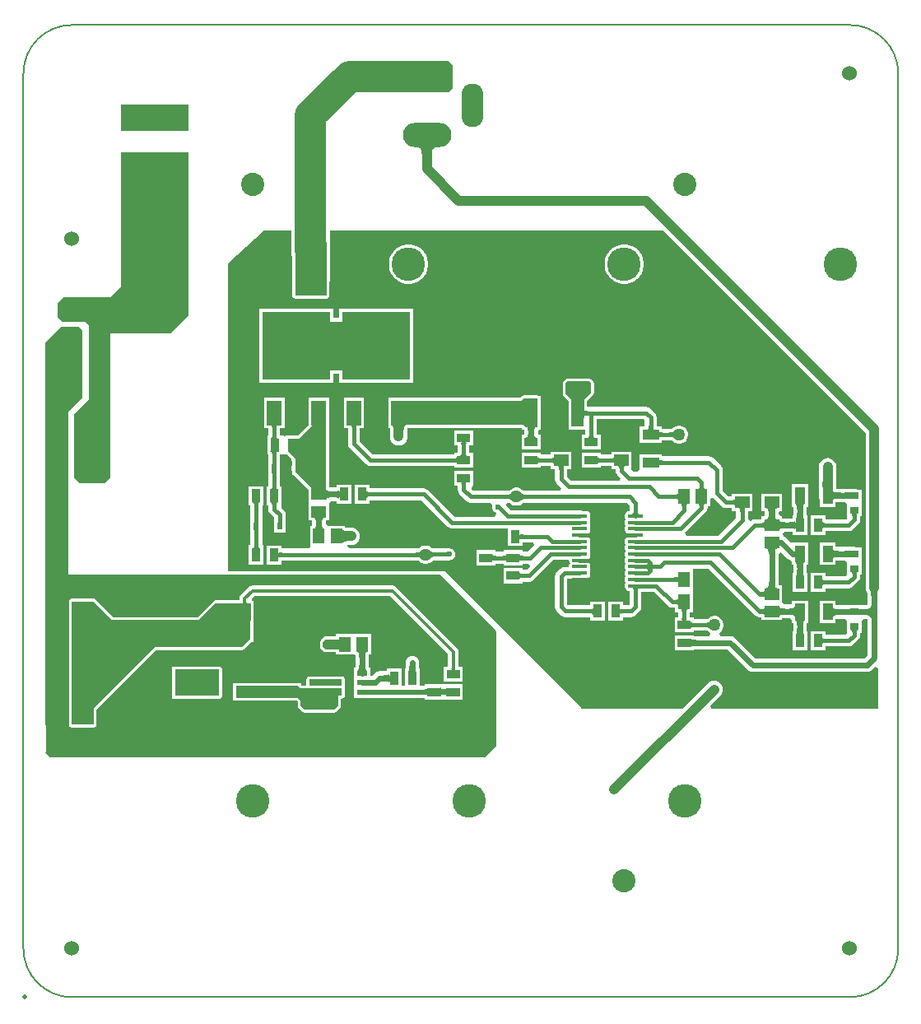
<source format=gtl>
G04*
G04 #@! TF.GenerationSoftware,Altium Limited,Altium Designer,21.1.1 (26)*
G04*
G04 Layer_Physical_Order=1*
G04 Layer_Color=255*
%FSLAX25Y25*%
%MOIN*%
G70*
G04*
G04 #@! TF.SameCoordinates,5AD375DC-C50E-4051-8569-BF36B36DD858*
G04*
G04*
G04 #@! TF.FilePolarity,Positive*
G04*
G01*
G75*
%ADD10C,0.01181*%
%ADD13C,0.00591*%
%ADD16C,0.05000*%
%ADD17R,0.27559X0.27559*%
%ADD18R,0.05906X0.09843*%
%ADD19R,0.05315X0.03740*%
%ADD20R,0.03740X0.05315*%
%ADD21R,0.03543X0.02559*%
%ADD22R,0.05906X0.04724*%
%ADD23R,0.04724X0.05906*%
%ADD24R,0.08661X0.10630*%
G04:AMPARAMS|DCode=25|XSize=61.81mil|YSize=16.14mil|CornerRadius=2.02mil|HoleSize=0mil|Usage=FLASHONLY|Rotation=180.000|XOffset=0mil|YOffset=0mil|HoleType=Round|Shape=RoundedRectangle|*
%AMROUNDEDRECTD25*
21,1,0.06181,0.01211,0,0,180.0*
21,1,0.05778,0.01614,0,0,180.0*
1,1,0.00404,-0.02889,0.00605*
1,1,0.00404,0.02889,0.00605*
1,1,0.00404,0.02889,-0.00605*
1,1,0.00404,-0.02889,-0.00605*
%
%ADD25ROUNDEDRECTD25*%
%ADD26R,0.04134X0.06693*%
%ADD27R,0.05118X0.11024*%
%ADD28R,0.06693X0.04134*%
%ADD29R,0.02205X0.02717*%
%ADD30R,0.04331X0.02362*%
%ADD31R,0.07087X0.04528*%
%ADD58C,0.01968*%
%ADD59C,0.01575*%
%ADD60C,0.03937*%
%ADD61C,0.02362*%
%ADD62C,0.12697*%
%ADD63C,0.11811*%
%ADD64C,0.19685*%
%ADD65R,0.27559X0.11024*%
%ADD66C,0.05906*%
%ADD67R,0.05906X0.05906*%
%ADD68C,0.06000*%
%ADD69O,0.08858X0.17717*%
%ADD70O,0.19685X0.09843*%
%ADD71O,0.17717X0.08858*%
%ADD72C,0.07087*%
%ADD73C,0.09409*%
%ADD74C,0.13583*%
%ADD75C,0.01968*%
%ADD76C,0.02362*%
G36*
X173819Y377602D02*
Y368021D01*
X172334Y366535D01*
X158572D01*
X158711Y379134D01*
X172287D01*
X173819Y377602D01*
D02*
G37*
G36*
X166949Y344261D02*
X166614Y344142D01*
X166319Y343945D01*
X166063Y343668D01*
X165847Y343313D01*
X165669Y342879D01*
X165532Y342365D01*
X165433Y341773D01*
X165374Y341102D01*
X165354Y340351D01*
X161417D01*
X161398Y341102D01*
X161339Y341773D01*
X161240Y342365D01*
X161102Y342879D01*
X160925Y343313D01*
X160709Y343668D01*
X160453Y343945D01*
X160158Y344142D01*
X159823Y344261D01*
X159449Y344300D01*
X167323D01*
X166949Y344261D01*
D02*
G37*
G36*
X122736Y284118D02*
X110039Y284118D01*
Y305744D01*
X122736D01*
X122736Y284118D01*
D02*
G37*
G36*
X341111Y228638D02*
Y165945D01*
X341233Y165020D01*
X341590Y164158D01*
X341905Y163747D01*
Y158784D01*
X328948D01*
Y160531D01*
X322452D01*
Y151476D01*
X328948D01*
Y153224D01*
X332668D01*
X333574Y152559D01*
X333574Y152043D01*
Y147638D01*
X332749Y146798D01*
X324814D01*
Y148228D01*
X318712D01*
Y140551D01*
X324814D01*
Y141981D01*
X334295D01*
X335216Y142165D01*
X335998Y142687D01*
X338230Y144919D01*
X338752Y145700D01*
X338935Y146622D01*
Y147638D01*
X339479D01*
Y152043D01*
X339479Y152559D01*
X340385Y153224D01*
X341905D01*
Y138540D01*
X340594Y137229D01*
X296525D01*
X288274Y145480D01*
X287699Y145921D01*
X287028Y146199D01*
X286309Y146294D01*
X282033D01*
X281717Y147475D01*
X282182Y147743D01*
X282867Y148429D01*
X283351Y149268D01*
X283602Y150204D01*
Y151174D01*
X283351Y152110D01*
X282867Y152949D01*
X282182Y153635D01*
X281342Y154119D01*
X280406Y154370D01*
X279437D01*
X278500Y154119D01*
X277661Y153635D01*
X277238Y153211D01*
X277182Y153175D01*
X277165Y153152D01*
X271376D01*
Y153849D01*
X269946D01*
Y155936D01*
X271081D01*
Y164203D01*
X271081D01*
Y165059D01*
X271081D01*
Y173327D01*
X272159Y173576D01*
X277349D01*
X296427Y154498D01*
X297208Y153976D01*
X298130Y153792D01*
X298928D01*
Y152657D01*
X305861D01*
X305875Y152653D01*
X305924Y152657D01*
X305947D01*
X306003Y152646D01*
X306059Y152657D01*
X307196D01*
Y153421D01*
X310384D01*
X311220Y152670D01*
X311231Y152613D01*
Y151476D01*
X311700D01*
Y148228D01*
X311428D01*
Y147091D01*
X311417Y147035D01*
X311428Y146979D01*
Y140551D01*
X317531D01*
Y146979D01*
X317542Y147035D01*
X317531Y147091D01*
Y148228D01*
X317259D01*
Y151476D01*
X317727D01*
Y152613D01*
X317739Y152670D01*
X317727Y152726D01*
Y160531D01*
X311231D01*
Y158981D01*
X308061D01*
X307196Y159744D01*
Y166831D01*
X305842D01*
Y179557D01*
X307023Y180046D01*
X309507Y177562D01*
X310082Y177120D01*
X310753Y176843D01*
X311220Y176193D01*
X311231Y176137D01*
Y175000D01*
X311700D01*
Y171850D01*
X311428D01*
Y170713D01*
X311417Y170657D01*
X311428Y170601D01*
Y164173D01*
X317531D01*
Y170601D01*
X317542Y170657D01*
X317531Y170713D01*
Y171850D01*
X317259D01*
Y175000D01*
X317727D01*
Y176137D01*
X317739Y176193D01*
X317727Y176249D01*
Y184055D01*
X311231D01*
X311231Y184055D01*
Y184055D01*
X310303Y184628D01*
X308910Y186021D01*
X308334Y186462D01*
X307842Y186667D01*
X307540Y187397D01*
X308334Y188362D01*
X311428D01*
Y187303D01*
X317531D01*
Y193731D01*
X317542Y193787D01*
X317531Y193843D01*
Y194980D01*
X317259D01*
Y198622D01*
X317727D01*
Y199759D01*
X317739Y199815D01*
X317727Y199871D01*
Y207677D01*
X311231D01*
Y199871D01*
X311220Y199815D01*
X311231Y199759D01*
Y198622D01*
X311700D01*
Y194980D01*
X311428D01*
Y193921D01*
X307196D01*
Y194685D01*
X306444D01*
X305916Y195807D01*
X306296Y196850D01*
X307196D01*
Y203937D01*
X298928D01*
Y196850D01*
X300282D01*
Y194685D01*
X298928D01*
Y193550D01*
X296260D01*
X295338Y193367D01*
X294604Y192877D01*
X294462Y192895D01*
X293463Y193421D01*
Y196850D01*
X295188D01*
Y203937D01*
X286920D01*
Y202802D01*
X285545D01*
X283314Y205033D01*
Y213386D01*
X283131Y214307D01*
X282609Y215089D01*
X279361Y218336D01*
X278580Y218858D01*
X277658Y219042D01*
X258563D01*
Y219881D01*
X249508D01*
Y213826D01*
X249508Y213385D01*
X248633Y212645D01*
X247121D01*
X246332Y213826D01*
X246351Y213871D01*
X246351D01*
Y220957D01*
X238083D01*
Y219823D01*
X233745D01*
Y220465D01*
X226068D01*
Y214363D01*
X233745D01*
Y215006D01*
X238083D01*
Y213871D01*
X239809D01*
Y213259D01*
X239992Y212337D01*
X240514Y211556D01*
X241877Y210193D01*
X241425Y209101D01*
X221832D01*
X220106Y210828D01*
Y213871D01*
X221831D01*
Y220957D01*
X213563D01*
Y219823D01*
X209467D01*
Y220465D01*
X201790D01*
Y214363D01*
X209467D01*
Y215006D01*
X213563D01*
Y213871D01*
X215289D01*
Y209830D01*
X215472Y208908D01*
X215994Y208127D01*
X217964Y206157D01*
X217512Y205066D01*
X202482D01*
X202473Y205072D01*
X201942Y205603D01*
X201103Y206088D01*
X200167Y206339D01*
X199197D01*
X198261Y206088D01*
X197422Y205603D01*
X196891Y205072D01*
X196883Y205066D01*
X182198D01*
X181366Y205898D01*
X181855Y207080D01*
X182123D01*
Y213182D01*
X174446D01*
Y207080D01*
X175876D01*
Y205574D01*
X175876Y205574D01*
X176059Y204652D01*
X176582Y203871D01*
X179498Y200955D01*
X180279Y200432D01*
X181201Y200249D01*
X188962D01*
X189256Y200023D01*
X189474Y199758D01*
X189764Y199076D01*
Y198838D01*
X189717Y198606D01*
X189764Y198373D01*
Y198136D01*
X189855Y197917D01*
X189901Y197684D01*
X190033Y197487D01*
X190123Y197268D01*
X190291Y197100D01*
X190423Y196903D01*
X190620Y196771D01*
X190788Y196603D01*
X191007Y196512D01*
X191204Y196381D01*
X191511Y195772D01*
X190897Y194633D01*
X174521D01*
X163786Y205368D01*
X163005Y205890D01*
X162083Y206073D01*
X140199D01*
Y207504D01*
X134096D01*
Y199826D01*
X140199D01*
Y201256D01*
X161085D01*
X171821Y190521D01*
X172602Y189999D01*
X173524Y189816D01*
X196161D01*
Y182776D01*
X202264D01*
Y184206D01*
X206506D01*
X206996Y183025D01*
X204332Y180361D01*
X202165D01*
Y181004D01*
X194488D01*
Y180361D01*
X191142D01*
Y181004D01*
X183465D01*
Y174902D01*
X191142D01*
Y175544D01*
X194488D01*
Y174902D01*
X202165D01*
Y175544D01*
X204613D01*
X205102Y174363D01*
X203817Y173078D01*
X202165D01*
Y173721D01*
X194488D01*
Y167618D01*
X202165D01*
Y168261D01*
X204814D01*
X205736Y168444D01*
X206517Y168966D01*
X214571Y177021D01*
X220960D01*
X221294Y176232D01*
X221380Y175840D01*
X221124Y175456D01*
X221016Y174916D01*
Y174160D01*
X219103D01*
X218181Y173977D01*
X217400Y173455D01*
X215994Y172049D01*
X215472Y171268D01*
X215289Y170346D01*
Y158124D01*
X215472Y157202D01*
X215994Y156421D01*
X217809Y154606D01*
X218590Y154084D01*
X219512Y153900D01*
X229528D01*
Y152470D01*
X235630D01*
Y160147D01*
X229528D01*
Y158717D01*
X220510D01*
X220106Y159121D01*
Y169343D01*
X225315D01*
X226237Y169527D01*
X226551Y169737D01*
X228204D01*
X228743Y169844D01*
X229201Y170150D01*
X229506Y170607D01*
X229614Y171147D01*
Y172357D01*
X229506Y172897D01*
X229416Y173031D01*
X229506Y173166D01*
X229614Y173706D01*
Y174916D01*
X229506Y175456D01*
X229201Y175913D01*
X228743Y176219D01*
X228497Y176268D01*
Y177472D01*
X228743Y177521D01*
X229201Y177827D01*
X229506Y178284D01*
X229614Y178824D01*
Y180034D01*
X229506Y180574D01*
X229416Y180709D01*
X229506Y180843D01*
X229614Y181383D01*
Y182594D01*
X229506Y183133D01*
X229416Y183268D01*
X229506Y183402D01*
X229614Y183942D01*
Y185152D01*
X229506Y185692D01*
X229201Y186150D01*
X228743Y186455D01*
X228497Y186504D01*
Y187708D01*
X228743Y187757D01*
X229201Y188063D01*
X229506Y188521D01*
X229614Y189060D01*
Y190271D01*
X229506Y190810D01*
X229416Y190945D01*
X229506Y191079D01*
X229614Y191619D01*
Y192830D01*
X229506Y193369D01*
X229416Y193504D01*
X229506Y193639D01*
X229614Y194178D01*
Y195389D01*
X229506Y195928D01*
X229201Y196386D01*
X228743Y196691D01*
X228204Y196799D01*
X226551D01*
X226237Y197009D01*
X225315Y197192D01*
X197206D01*
X195396Y199002D01*
X195798Y200055D01*
X196619Y200196D01*
X196910Y200224D01*
X197422Y199712D01*
X198261Y199227D01*
X199197Y198976D01*
X200167D01*
X201103Y199227D01*
X201942Y199712D01*
X202473Y200243D01*
X202482Y200249D01*
X244376D01*
X245505Y199120D01*
Y196799D01*
X245025D01*
X244485Y196691D01*
X244028Y196386D01*
X243722Y195928D01*
X243615Y195389D01*
Y194178D01*
X243722Y193639D01*
X243812Y193504D01*
X243722Y193369D01*
X243615Y192830D01*
Y191619D01*
X243722Y191079D01*
X243812Y190945D01*
X243722Y190810D01*
X243615Y190271D01*
Y189060D01*
X243722Y188521D01*
X244028Y188063D01*
X244485Y187757D01*
X244731Y187708D01*
Y186504D01*
X244485Y186455D01*
X244028Y186150D01*
X243722Y185692D01*
X243615Y185152D01*
Y183942D01*
X243722Y183402D01*
X243812Y183268D01*
X243722Y183133D01*
X243615Y182594D01*
Y181383D01*
X243722Y180843D01*
X243812Y180709D01*
X243722Y180574D01*
X243615Y180034D01*
Y178824D01*
X243722Y178284D01*
X243812Y178150D01*
X243722Y178015D01*
X243615Y177475D01*
Y176265D01*
X243722Y175725D01*
X243812Y175591D01*
X243722Y175456D01*
X243615Y174916D01*
Y173706D01*
X243722Y173166D01*
X243812Y173031D01*
X243722Y172897D01*
X243615Y172357D01*
Y171147D01*
X243722Y170607D01*
X243812Y170472D01*
X243722Y170338D01*
X243615Y169798D01*
Y168588D01*
X243722Y168048D01*
X243812Y167913D01*
X243722Y167779D01*
X243615Y167239D01*
Y166028D01*
X243722Y165489D01*
X244028Y165032D01*
X244485Y164726D01*
X245025Y164619D01*
X245505D01*
Y159147D01*
X245075Y158717D01*
X242913D01*
Y160147D01*
X236811D01*
Y152470D01*
X242913D01*
Y153900D01*
X246073D01*
X246994Y154084D01*
X247776Y154606D01*
X249616Y156447D01*
X250138Y157228D01*
X250322Y158150D01*
Y164225D01*
X255203D01*
X261062Y158367D01*
X261843Y157844D01*
X262765Y157661D01*
X263995D01*
Y155936D01*
X265129D01*
Y153849D01*
X263699D01*
Y147746D01*
X271376D01*
Y148335D01*
X277069D01*
X277076Y148324D01*
X277091Y148314D01*
X277661Y147743D01*
X278126Y147475D01*
X277809Y146294D01*
X271376D01*
Y146565D01*
X270239D01*
X270183Y146576D01*
X270127Y146565D01*
X263699D01*
Y140463D01*
X270127D01*
X270183Y140452D01*
X270239Y140463D01*
X271376D01*
Y140735D01*
X285157D01*
X293408Y132483D01*
X293984Y132042D01*
X294655Y131764D01*
X295374Y131669D01*
X341746D01*
X342465Y131764D01*
X343136Y132042D01*
X343711Y132483D01*
X344972Y133744D01*
X346063Y133292D01*
Y116929D01*
X278680D01*
X278228Y118020D01*
X282287Y122079D01*
X282855Y122819D01*
X283212Y123681D01*
X283334Y124606D01*
X283212Y125531D01*
X282855Y126393D01*
X282287Y127133D01*
X281547Y127701D01*
X280685Y128058D01*
X279760Y128180D01*
X278835Y128058D01*
X277973Y127701D01*
X277233Y127133D01*
X267029Y116929D01*
X226287D01*
X170873Y172343D01*
X82776D01*
Y297146D01*
X97441Y310531D01*
X108377D01*
Y302423D01*
X108530Y300870D01*
X108835Y299863D01*
Y284118D01*
X108927Y283657D01*
X109188Y283266D01*
X109579Y283005D01*
X110039Y282914D01*
X116423Y282914D01*
X116654Y282891D01*
X116885Y282914D01*
X122736D01*
X123197Y283005D01*
X123588Y283266D01*
X123849Y283657D01*
X123941Y284118D01*
Y288658D01*
X124026Y288941D01*
X124171Y290407D01*
Y300422D01*
X124132Y300819D01*
X124147Y300870D01*
X124300Y302423D01*
Y310531D01*
X259217D01*
X341111Y228638D01*
D02*
G37*
G36*
X239288Y215839D02*
X239272Y215989D01*
X239225Y216123D01*
X239145Y216241D01*
X239034Y216343D01*
X238892Y216430D01*
X238717Y216501D01*
X238511Y216556D01*
X238273Y216595D01*
X238003Y216619D01*
X237701Y216627D01*
Y218202D01*
X238003Y218210D01*
X238273Y218233D01*
X238511Y218272D01*
X238717Y218328D01*
X238892Y218398D01*
X239034Y218485D01*
X239145Y218587D01*
X239225Y218706D01*
X239272Y218839D01*
X239288Y218989D01*
Y215839D01*
D02*
G37*
G36*
X232556Y218839D02*
X232603Y218706D01*
X232683Y218587D01*
X232794Y218485D01*
X232937Y218398D01*
X233111Y218328D01*
X233317Y218272D01*
X233555Y218233D01*
X233825Y218210D01*
X234127Y218202D01*
Y216627D01*
X233825Y216619D01*
X233555Y216595D01*
X233317Y216556D01*
X233111Y216501D01*
X232937Y216430D01*
X232794Y216343D01*
X232683Y216241D01*
X232603Y216123D01*
X232556Y215989D01*
X232540Y215839D01*
Y218989D01*
X232556Y218839D01*
D02*
G37*
G36*
X214769Y215839D02*
X214753Y215989D01*
X214705Y216123D01*
X214626Y216241D01*
X214515Y216343D01*
X214372Y216430D01*
X214197Y216501D01*
X213991Y216556D01*
X213753Y216595D01*
X213483Y216619D01*
X213182Y216627D01*
Y218202D01*
X213483Y218210D01*
X213753Y218233D01*
X213991Y218272D01*
X214197Y218328D01*
X214372Y218398D01*
X214515Y218485D01*
X214626Y218587D01*
X214705Y218706D01*
X214753Y218839D01*
X214769Y218989D01*
Y215839D01*
D02*
G37*
G36*
X208278Y218839D02*
X208326Y218706D01*
X208405Y218587D01*
X208516Y218485D01*
X208659Y218398D01*
X208833Y218328D01*
X209040Y218272D01*
X209278Y218233D01*
X209547Y218210D01*
X209849Y218202D01*
Y216627D01*
X209547Y216619D01*
X209278Y216595D01*
X209040Y216556D01*
X208833Y216501D01*
X208659Y216430D01*
X208516Y216343D01*
X208405Y216241D01*
X208326Y216123D01*
X208278Y215989D01*
X208262Y215839D01*
Y218989D01*
X208278Y218839D01*
D02*
G37*
G36*
X257374Y218058D02*
X257421Y217924D01*
X257501Y217806D01*
X257612Y217704D01*
X257755Y217617D01*
X257929Y217547D01*
X258135Y217491D01*
X258373Y217452D01*
X258643Y217428D01*
X258945Y217421D01*
Y215846D01*
X258643Y215838D01*
X258373Y215814D01*
X258135Y215775D01*
X257929Y215720D01*
X257755Y215649D01*
X257612Y215562D01*
X257501Y215460D01*
X257421Y215342D01*
X257374Y215208D01*
X257358Y215058D01*
Y218208D01*
X257374Y218058D01*
D02*
G37*
G36*
X243642Y215048D02*
X243508Y215001D01*
X243390Y214922D01*
X243288Y214812D01*
X243201Y214670D01*
X243130Y214497D01*
X243075Y214292D01*
X243036Y214056D01*
X243012Y213789D01*
X243004Y213489D01*
X241430D01*
X241422Y213789D01*
X241398Y214056D01*
X241359Y214292D01*
X241304Y214497D01*
X241233Y214670D01*
X241146Y214812D01*
X241044Y214922D01*
X240926Y215001D01*
X240792Y215048D01*
X240642Y215064D01*
X243792D01*
X243642Y215048D01*
D02*
G37*
G36*
X219122Y215048D02*
X218988Y215001D01*
X218870Y214922D01*
X218768Y214812D01*
X218682Y214670D01*
X218611Y214497D01*
X218555Y214292D01*
X218516Y214056D01*
X218493Y213788D01*
X218485Y213489D01*
X216910D01*
X216902Y213788D01*
X216878Y214056D01*
X216839Y214292D01*
X216784Y214497D01*
X216713Y214670D01*
X216626Y214812D01*
X216524Y214922D01*
X216406Y215001D01*
X216272Y215048D01*
X216122Y215064D01*
X219272D01*
X219122Y215048D01*
D02*
G37*
G36*
X66831Y276259D02*
X59470Y268898D01*
X35039D01*
X35039Y210531D01*
X32697Y208189D01*
X22717D01*
X20374Y210531D01*
X20374Y236121D01*
X26378Y242125D01*
Y272078D01*
X24987Y273468D01*
X15818D01*
X14016Y275271D01*
X14016Y281043D01*
X16557Y283585D01*
X28708Y283585D01*
D01*
X35039D01*
X39370Y287916D01*
Y342126D01*
X66831D01*
Y276259D01*
D02*
G37*
G36*
X179710Y208257D02*
X179576Y208210D01*
X179458Y208131D01*
X179355Y208021D01*
X179269Y207879D01*
X179198Y207706D01*
X179143Y207501D01*
X179104Y207265D01*
X179080Y206997D01*
X179072Y206698D01*
X177497D01*
X177489Y206997D01*
X177466Y207265D01*
X177426Y207501D01*
X177371Y207706D01*
X177300Y207879D01*
X177214Y208021D01*
X177111Y208131D01*
X176993Y208210D01*
X176859Y208257D01*
X176710Y208273D01*
X179859D01*
X179710Y208257D01*
D02*
G37*
G36*
X275427Y207009D02*
X275450Y206739D01*
X275490Y206501D01*
X275545Y206295D01*
X275616Y206120D01*
X275702Y205978D01*
X275805Y205867D01*
X275923Y205787D01*
X276057Y205740D01*
X276206Y205724D01*
X273057D01*
X273206Y205740D01*
X273340Y205787D01*
X273458Y205867D01*
X273561Y205978D01*
X273647Y206120D01*
X273718Y206295D01*
X273773Y206501D01*
X273813Y206739D01*
X273836Y207009D01*
X273844Y207311D01*
X275419D01*
X275427Y207009D01*
D02*
G37*
G36*
X139021Y205090D02*
X139068Y204956D01*
X139147Y204838D01*
X139258Y204736D01*
X139399Y204649D01*
X139572Y204578D01*
X139777Y204523D01*
X140013Y204484D01*
X140281Y204460D01*
X140580Y204452D01*
Y202877D01*
X140281Y202870D01*
X140013Y202846D01*
X139777Y202807D01*
X139572Y202751D01*
X139399Y202681D01*
X139258Y202594D01*
X139147Y202492D01*
X139068Y202374D01*
X139021Y202240D01*
X139005Y202090D01*
Y205240D01*
X139021Y205090D01*
D02*
G37*
G36*
X265207Y201220D02*
X265191Y201370D01*
X265143Y201504D01*
X265064Y201622D01*
X264953Y201724D01*
X264810Y201811D01*
X264635Y201882D01*
X264429Y201937D01*
X264191Y201976D01*
X263921Y202000D01*
X263620Y202008D01*
Y203582D01*
X263921Y203590D01*
X264191Y203614D01*
X264429Y203653D01*
X264635Y203708D01*
X264810Y203779D01*
X264953Y203866D01*
X265064Y203968D01*
X265143Y204086D01*
X265191Y204220D01*
X265207Y204370D01*
Y201220D01*
D02*
G37*
G36*
X201759Y204083D02*
X201908Y203949D01*
X202073Y203831D01*
X202251Y203728D01*
X202445Y203642D01*
X202653Y203571D01*
X202875Y203516D01*
X203112Y203476D01*
X203364Y203453D01*
X203630Y203445D01*
Y201870D01*
X203364Y201862D01*
X203112Y201839D01*
X202875Y201799D01*
X202653Y201744D01*
X202445Y201673D01*
X202251Y201587D01*
X202073Y201484D01*
X201908Y201366D01*
X201759Y201232D01*
X201624Y201083D01*
X199682Y202658D01*
X201624Y204232D01*
X201759Y204083D01*
D02*
G37*
G36*
X199682Y202658D02*
X197740Y201083D01*
X197606Y201232D01*
X197456Y201366D01*
X197292Y201484D01*
X197113Y201587D01*
X196920Y201673D01*
X196712Y201744D01*
X196489Y201799D01*
X196252Y201839D01*
X196001Y201862D01*
X195735Y201870D01*
Y203445D01*
X196001Y203453D01*
X196252Y203476D01*
X196489Y203516D01*
X196712Y203571D01*
X196920Y203642D01*
X197113Y203728D01*
X197292Y203831D01*
X197456Y203949D01*
X197606Y204083D01*
X197740Y204232D01*
X199682Y202658D01*
D02*
G37*
G36*
X288125Y198819D02*
X288110Y198969D01*
X288062Y199102D01*
X287983Y199221D01*
X287872Y199323D01*
X287729Y199409D01*
X287554Y199480D01*
X287348Y199535D01*
X287110Y199575D01*
X286840Y199598D01*
X286539Y199606D01*
Y201181D01*
X286840Y201189D01*
X287110Y201213D01*
X287348Y201252D01*
X287554Y201307D01*
X287729Y201378D01*
X287872Y201465D01*
X287983Y201567D01*
X288062Y201685D01*
X288110Y201819D01*
X288125Y201969D01*
Y198819D01*
D02*
G37*
G36*
X276050Y199850D02*
X275916Y199803D01*
X275798Y199723D01*
X275695Y199612D01*
X275609Y199469D01*
X275538Y199295D01*
X275483Y199089D01*
X275443Y198851D01*
X275420Y198581D01*
X275412Y198279D01*
X273837D01*
X273829Y198581D01*
X273806Y198851D01*
X273766Y199089D01*
X273711Y199295D01*
X273640Y199469D01*
X273554Y199612D01*
X273451Y199723D01*
X273333Y199803D01*
X273199Y199850D01*
X273050Y199866D01*
X276199D01*
X276050Y199850D01*
D02*
G37*
G36*
X268963D02*
X268829Y199803D01*
X268711Y199723D01*
X268609Y199612D01*
X268522Y199469D01*
X268451Y199295D01*
X268396Y199089D01*
X268357Y198851D01*
X268333Y198581D01*
X268325Y198279D01*
X266751D01*
X266743Y198581D01*
X266719Y198851D01*
X266680Y199089D01*
X266624Y199295D01*
X266554Y199469D01*
X266467Y199612D01*
X266365Y199723D01*
X266247Y199803D01*
X266113Y199850D01*
X265963Y199866D01*
X269113D01*
X268963Y199850D01*
D02*
G37*
G36*
X316368Y199792D02*
X316220Y199721D01*
X316089Y199602D01*
X315975Y199437D01*
X315879Y199225D01*
X315800Y198965D01*
X315739Y198658D01*
X315695Y198303D01*
X315669Y197902D01*
X315661Y197453D01*
X313298D01*
X313290Y197902D01*
X313220Y198658D01*
X313158Y198965D01*
X313080Y199225D01*
X312984Y199437D01*
X312870Y199602D01*
X312739Y199721D01*
X312591Y199792D01*
X312424Y199815D01*
X316534D01*
X316368Y199792D01*
D02*
G37*
G36*
X193285Y198863D02*
X193314Y198826D01*
X193359Y198773D01*
X193833Y198275D01*
X194139Y197966D01*
X192918Y196960D01*
X192829Y197045D01*
X192654Y197190D01*
X192568Y197250D01*
X192483Y197301D01*
X192399Y197343D01*
X192316Y197377D01*
X192235Y197402D01*
X192154Y197418D01*
X192075Y197426D01*
X193274Y198885D01*
X193285Y198863D01*
D02*
G37*
G36*
X292479Y198028D02*
X292345Y197980D01*
X292227Y197902D01*
X292125Y197792D01*
X292038Y197650D01*
X291968Y197477D01*
X291913Y197272D01*
X291873Y197036D01*
X291849Y196768D01*
X291842Y196469D01*
X290267D01*
X290259Y196768D01*
X290235Y197036D01*
X290196Y197272D01*
X290141Y197477D01*
X290070Y197650D01*
X289983Y197792D01*
X289881Y197902D01*
X289763Y197980D01*
X289629Y198028D01*
X289479Y198044D01*
X292629D01*
X292479Y198028D01*
D02*
G37*
G36*
X248709Y196868D02*
X248732Y196598D01*
X248772Y196360D01*
X248827Y196153D01*
X248898Y195979D01*
X248984Y195836D01*
X249087Y195725D01*
X249205Y195646D01*
X249339Y195598D01*
X249488Y195582D01*
X246339D01*
X246488Y195598D01*
X246622Y195646D01*
X246740Y195725D01*
X246843Y195836D01*
X246929Y195979D01*
X247000Y196153D01*
X247055Y196360D01*
X247094Y196598D01*
X247118Y196868D01*
X247126Y197169D01*
X248701D01*
X248709Y196868D01*
D02*
G37*
G36*
X315667Y195701D02*
X315721Y194945D01*
X315769Y194638D01*
X315830Y194378D01*
X315904Y194165D01*
X315992Y194000D01*
X316094Y193882D01*
X316209Y193811D01*
X316337Y193787D01*
X312621D01*
X312750Y193811D01*
X312865Y193882D01*
X312967Y194000D01*
X313055Y194165D01*
X313129Y194378D01*
X313190Y194638D01*
X313237Y194945D01*
X313271Y195299D01*
X313298Y196149D01*
X315661D01*
X315667Y195701D01*
D02*
G37*
G36*
X305200Y198020D02*
X304999Y197949D01*
X304822Y197831D01*
X304668Y197666D01*
X304538Y197453D01*
X304432Y197193D01*
X304349Y196886D01*
X304290Y196532D01*
X304255Y196130D01*
X304245Y195767D01*
X304255Y195403D01*
X304290Y194999D01*
X304349Y194643D01*
X304432Y194335D01*
X304538Y194073D01*
X304668Y193860D01*
X304822Y193694D01*
X304999Y193575D01*
X305200Y193504D01*
X305424Y193480D01*
X300700D01*
X300924Y193504D01*
X301125Y193575D01*
X301302Y193694D01*
X301456Y193860D01*
X301586Y194073D01*
X301692Y194335D01*
X301775Y194643D01*
X301834Y194999D01*
X301869Y195403D01*
X301879Y195767D01*
X301869Y196130D01*
X301834Y196532D01*
X301775Y196886D01*
X301692Y197193D01*
X301586Y197453D01*
X301456Y197666D01*
X301302Y197831D01*
X301125Y197949D01*
X300924Y198020D01*
X300700Y198044D01*
X305424D01*
X305200Y198020D01*
D02*
G37*
G36*
X300133Y191935D02*
X302227Y191977D01*
Y190306D01*
X302195Y190315D01*
X302116Y190323D01*
X301819Y190337D01*
X300133Y190352D01*
Y189567D01*
X300117Y189717D01*
X300070Y189850D01*
X299991Y189969D01*
X299879Y190071D01*
X299737Y190157D01*
X299562Y190228D01*
X299356Y190284D01*
X299118Y190323D01*
X298848Y190347D01*
X298547Y190354D01*
Y191929D01*
X298848Y191937D01*
X299118Y191961D01*
X299356Y192000D01*
X299562Y192055D01*
X299737Y192126D01*
X299879Y192213D01*
X299991Y192315D01*
X300070Y192433D01*
X300117Y192567D01*
X300133Y192717D01*
Y191935D01*
D02*
G37*
G36*
X306026Y193270D02*
X306097Y193071D01*
X306215Y192896D01*
X306381Y192744D01*
X306593Y192615D01*
X306853Y192510D01*
X307160Y192428D01*
X307515Y192370D01*
X307916Y192334D01*
X308365Y192323D01*
Y189961D01*
X307916Y189949D01*
X307515Y189914D01*
X307160Y189855D01*
X306853Y189774D01*
X306593Y189668D01*
X306381Y189540D01*
X306215Y189388D01*
X306097Y189212D01*
X306026Y189014D01*
X306003Y188792D01*
Y193492D01*
X306026Y193270D01*
D02*
G37*
G36*
X312621Y188779D02*
X312598Y189004D01*
X312527Y189205D01*
X312409Y189382D01*
X312243Y189535D01*
X312031Y189665D01*
X311771Y189772D01*
X311464Y189854D01*
X311109Y189913D01*
X310708Y189949D01*
X310259Y189961D01*
Y192323D01*
X310708Y192335D01*
X311109Y192370D01*
X311464Y192429D01*
X311771Y192512D01*
X312031Y192618D01*
X312243Y192748D01*
X312409Y192902D01*
X312527Y193079D01*
X312598Y193280D01*
X312621Y193504D01*
Y188779D01*
D02*
G37*
G36*
X282844Y198691D02*
X283626Y198169D01*
X284547Y197985D01*
X286920D01*
Y196850D01*
X288646D01*
Y194020D01*
X281581Y186956D01*
X268441D01*
X268141Y187443D01*
X267996Y188137D01*
X276328Y196468D01*
X276850Y197249D01*
X277033Y198171D01*
Y198661D01*
X278175D01*
Y201744D01*
X278735Y202065D01*
X279356Y202179D01*
X282844Y198691D01*
D02*
G37*
G36*
X201075Y188039D02*
X201122Y187906D01*
X201202Y187787D01*
X201313Y187685D01*
X201455Y187598D01*
X201630Y187528D01*
X201836Y187472D01*
X202074Y187433D01*
X202344Y187409D01*
X202645Y187402D01*
Y185827D01*
X202344Y185819D01*
X202074Y185795D01*
X201836Y185756D01*
X201630Y185701D01*
X201455Y185630D01*
X201313Y185543D01*
X201202Y185441D01*
X201122Y185323D01*
X201075Y185189D01*
X201059Y185039D01*
Y188189D01*
X201075Y188039D01*
D02*
G37*
G36*
X305200Y181681D02*
X304999Y181610D01*
X304822Y181492D01*
X304668Y181327D01*
X304538Y181114D01*
X304432Y180854D01*
X304349Y180547D01*
X304290Y180193D01*
X304255Y179792D01*
X304243Y179343D01*
X301881D01*
X301869Y179792D01*
X301834Y180193D01*
X301775Y180547D01*
X301692Y180854D01*
X301586Y181114D01*
X301456Y181327D01*
X301302Y181492D01*
X301125Y181610D01*
X300924Y181681D01*
X300700Y181705D01*
X305424D01*
X305200Y181681D01*
D02*
G37*
G36*
X200976Y179378D02*
X201024Y179244D01*
X201103Y179126D01*
X201214Y179024D01*
X201357Y178937D01*
X201532Y178866D01*
X201738Y178811D01*
X201976Y178772D01*
X202246Y178748D01*
X202547Y178740D01*
Y177165D01*
X202246Y177157D01*
X201976Y177134D01*
X201738Y177094D01*
X201532Y177039D01*
X201357Y176969D01*
X201214Y176882D01*
X201103Y176779D01*
X201024Y176661D01*
X200976Y176528D01*
X200960Y176378D01*
Y179527D01*
X200976Y179378D01*
D02*
G37*
G36*
X195693Y176378D02*
X195677Y176528D01*
X195630Y176661D01*
X195551Y176779D01*
X195439Y176882D01*
X195297Y176969D01*
X195122Y177039D01*
X194916Y177094D01*
X194678Y177134D01*
X194408Y177157D01*
X194106Y177165D01*
Y178740D01*
X194408Y178748D01*
X194678Y178772D01*
X194916Y178811D01*
X195122Y178866D01*
X195297Y178937D01*
X195439Y179024D01*
X195551Y179126D01*
X195630Y179244D01*
X195677Y179378D01*
X195693Y179527D01*
Y176378D01*
D02*
G37*
G36*
X189953Y179378D02*
X190000Y179244D01*
X190079Y179126D01*
X190190Y179024D01*
X190333Y178937D01*
X190508Y178866D01*
X190714Y178811D01*
X190952Y178772D01*
X191222Y178748D01*
X191523Y178740D01*
Y177165D01*
X191222Y177157D01*
X190952Y177134D01*
X190714Y177094D01*
X190508Y177039D01*
X190333Y176969D01*
X190190Y176882D01*
X190079Y176779D01*
X190000Y176661D01*
X189953Y176528D01*
X189937Y176378D01*
Y179527D01*
X189953Y179378D01*
D02*
G37*
G36*
X316368Y176170D02*
X316220Y176099D01*
X316089Y175980D01*
X315975Y175815D01*
X315879Y175602D01*
X315800Y175343D01*
X315739Y175036D01*
X315695Y174681D01*
X315669Y174280D01*
X315661Y173831D01*
X313298D01*
X313290Y174280D01*
X313220Y175036D01*
X313158Y175343D01*
X313080Y175602D01*
X312984Y175815D01*
X312870Y175980D01*
X312739Y176099D01*
X312591Y176170D01*
X312424Y176193D01*
X316534D01*
X316368Y176170D01*
D02*
G37*
G36*
X254617Y175786D02*
X254664Y175642D01*
X254743Y175514D01*
X254853Y175404D01*
X254995Y175311D01*
X255168Y175234D01*
X255373Y175175D01*
X255609Y175132D01*
X255876Y175107D01*
X256176Y175098D01*
Y173524D01*
X256167Y173523D01*
X255876Y173515D01*
X255609Y173490D01*
X255373Y173447D01*
X255214Y173401D01*
X255168Y173388D01*
X254995Y173311D01*
X254853Y173218D01*
X254743Y173108D01*
X254664Y172980D01*
X254617Y172836D01*
X254601Y172675D01*
X253026D01*
X253010Y172836D01*
X252963Y172980D01*
X252884Y173108D01*
X252774Y173218D01*
X252632Y173311D01*
X252459Y173388D01*
X252254Y173447D01*
X252018Y173490D01*
X251750Y173515D01*
X251451Y173524D01*
Y175098D01*
X251451D01*
Y175098D01*
X251750Y175107D01*
X251995Y175130D01*
X252018Y175132D01*
X252061Y175140D01*
X252255Y175175D01*
X252459Y175234D01*
X252632Y175311D01*
X252774Y175404D01*
X252884Y175514D01*
X252963Y175642D01*
X253010Y175786D01*
X253026Y175948D01*
X254601D01*
X254617Y175786D01*
D02*
G37*
G36*
X315667Y172571D02*
X315721Y171815D01*
X315769Y171508D01*
X315830Y171248D01*
X315904Y171035D01*
X315992Y170870D01*
X316094Y170752D01*
X316209Y170681D01*
X316337Y170657D01*
X312621D01*
X312750Y170681D01*
X312865Y170752D01*
X312967Y170870D01*
X313055Y171035D01*
X313129Y171248D01*
X313190Y171508D01*
X313237Y171815D01*
X313271Y172169D01*
X313298Y173020D01*
X315661D01*
X315667Y172571D01*
D02*
G37*
G36*
X200976Y172095D02*
X201024Y171961D01*
X201103Y171843D01*
X201214Y171740D01*
X201357Y171653D01*
X201532Y171583D01*
X201738Y171528D01*
X201976Y171488D01*
X202246Y171465D01*
X202547Y171457D01*
Y169882D01*
X202246Y169874D01*
X201976Y169850D01*
X201738Y169811D01*
X201532Y169756D01*
X201357Y169685D01*
X201214Y169598D01*
X201103Y169496D01*
X201024Y169378D01*
X200976Y169244D01*
X200960Y169095D01*
Y172244D01*
X200976Y172095D01*
D02*
G37*
G36*
X265188Y167618D02*
X265172Y167768D01*
X265125Y167902D01*
X265046Y168020D01*
X264936Y168122D01*
X264794Y168209D01*
X264621Y168280D01*
X264416Y168335D01*
X264180Y168374D01*
X263912Y168398D01*
X263613Y168405D01*
Y169980D01*
X263912Y169988D01*
X264180Y170012D01*
X264416Y170051D01*
X264621Y170106D01*
X264794Y170177D01*
X264936Y170264D01*
X265046Y170366D01*
X265125Y170484D01*
X265172Y170618D01*
X265188Y170768D01*
Y167618D01*
D02*
G37*
G36*
X304255Y167549D02*
X304290Y167145D01*
X304349Y166789D01*
X304432Y166480D01*
X304538Y166219D01*
X304668Y166006D01*
X304822Y165839D01*
X304999Y165721D01*
X305200Y165649D01*
X305424Y165626D01*
X300700D01*
X300924Y165649D01*
X301125Y165721D01*
X301302Y165839D01*
X301456Y166006D01*
X301586Y166219D01*
X301692Y166480D01*
X301775Y166789D01*
X301834Y167145D01*
X301869Y167549D01*
X301881Y168000D01*
X304243D01*
X304255Y167549D01*
D02*
G37*
G36*
X249339Y165819D02*
X249205Y165772D01*
X249087Y165692D01*
X248984Y165581D01*
X248898Y165438D01*
X248827Y165264D01*
X248772Y165058D01*
X248732Y164820D01*
X248709Y164550D01*
X248701Y164248D01*
X247126D01*
X247118Y164550D01*
X247094Y164820D01*
X247055Y165058D01*
X247000Y165264D01*
X246929Y165438D01*
X246843Y165581D01*
X246740Y165692D01*
X246622Y165772D01*
X246488Y165819D01*
X246339Y165835D01*
X249488D01*
X249339Y165819D01*
D02*
G37*
G36*
X300133Y164081D02*
X302227Y164123D01*
Y162452D01*
X302195Y162461D01*
X302116Y162469D01*
X301819Y162483D01*
X300133Y162497D01*
Y161713D01*
X300117Y161862D01*
X300070Y161996D01*
X299991Y162114D01*
X299879Y162216D01*
X299737Y162303D01*
X299562Y162374D01*
X299356Y162429D01*
X299118Y162469D01*
X298848Y162492D01*
X298547Y162500D01*
Y164075D01*
X298848Y164083D01*
X299118Y164106D01*
X299356Y164146D01*
X299562Y164201D01*
X299737Y164272D01*
X299879Y164358D01*
X299991Y164461D01*
X300070Y164579D01*
X300117Y164713D01*
X300133Y164862D01*
Y164081D01*
D02*
G37*
G36*
X346038Y164474D02*
X346002Y164321D01*
X345970Y164094D01*
X345919Y163418D01*
X345866Y160433D01*
X343504D01*
X343292Y164554D01*
X346078D01*
X346038Y164474D01*
D02*
G37*
G36*
X265200Y158495D02*
X265184Y158644D01*
X265136Y158778D01*
X265057Y158896D01*
X264946Y158999D01*
X264803Y159085D01*
X264629Y159156D01*
X264422Y159211D01*
X264184Y159251D01*
X263914Y159274D01*
X263613Y159282D01*
Y160857D01*
X263914Y160865D01*
X264184Y160888D01*
X264422Y160928D01*
X264629Y160983D01*
X264803Y161054D01*
X264946Y161140D01*
X265057Y161243D01*
X265136Y161361D01*
X265184Y161495D01*
X265200Y161644D01*
Y158495D01*
D02*
G37*
G36*
X268963Y157125D02*
X268829Y157077D01*
X268711Y156998D01*
X268609Y156887D01*
X268522Y156744D01*
X268451Y156570D01*
X268396Y156363D01*
X268357Y156125D01*
X268333Y155856D01*
X268325Y155554D01*
X266751D01*
X266743Y155856D01*
X266719Y156125D01*
X266680Y156363D01*
X266624Y156570D01*
X266554Y156744D01*
X266467Y156887D01*
X266365Y156998D01*
X266247Y157077D01*
X266113Y157125D01*
X265963Y157141D01*
X269113D01*
X268963Y157125D01*
D02*
G37*
G36*
X300133Y156994D02*
X302227Y157036D01*
Y155365D01*
X302195Y155374D01*
X302116Y155383D01*
X301819Y155396D01*
X300133Y155411D01*
Y154626D01*
X300117Y154776D01*
X300070Y154909D01*
X299991Y155027D01*
X299879Y155130D01*
X299737Y155217D01*
X299562Y155287D01*
X299356Y155342D01*
X299118Y155382D01*
X298848Y155405D01*
X298547Y155413D01*
Y156988D01*
X298848Y156996D01*
X299118Y157020D01*
X299356Y157059D01*
X299562Y157114D01*
X299737Y157185D01*
X299879Y157272D01*
X299991Y157374D01*
X300070Y157492D01*
X300117Y157626D01*
X300133Y157776D01*
Y156994D01*
D02*
G37*
G36*
X338310Y157255D02*
X338381Y157240D01*
X338499Y157227D01*
X338877Y157207D01*
X340649Y157185D01*
Y154823D01*
X338286Y154736D01*
Y157272D01*
X338310Y157255D01*
D02*
G37*
G36*
X334767Y154736D02*
X334743Y154753D01*
X334672Y154768D01*
X334554Y154780D01*
X334176Y154801D01*
X332405Y154823D01*
Y157185D01*
X334767Y157272D01*
Y154736D01*
D02*
G37*
G36*
X241736Y157734D02*
X241783Y157600D01*
X241862Y157482D01*
X241972Y157380D01*
X242114Y157293D01*
X242287Y157222D01*
X242492Y157167D01*
X242728Y157128D01*
X242996Y157104D01*
X243295Y157096D01*
Y155521D01*
X242996Y155514D01*
X242728Y155490D01*
X242492Y155450D01*
X242287Y155395D01*
X242114Y155325D01*
X241972Y155238D01*
X241862Y155136D01*
X241783Y155017D01*
X241736Y154884D01*
X241720Y154734D01*
Y157884D01*
X241736Y157734D01*
D02*
G37*
G36*
X230733Y154734D02*
X230717Y154884D01*
X230669Y155017D01*
X230590Y155136D01*
X230479Y155238D01*
X230336Y155325D01*
X230161Y155395D01*
X229955Y155450D01*
X229717Y155490D01*
X229447Y155514D01*
X229146Y155521D01*
Y157096D01*
X229447Y157104D01*
X229717Y157128D01*
X229955Y157167D01*
X230161Y157222D01*
X230336Y157293D01*
X230479Y157380D01*
X230590Y157482D01*
X230669Y157600D01*
X230717Y157734D01*
X230733Y157884D01*
Y154734D01*
D02*
G37*
G36*
X306026Y158329D02*
X306097Y158130D01*
X306215Y157955D01*
X306381Y157803D01*
X306593Y157674D01*
X306853Y157569D01*
X307160Y157487D01*
X307515Y157429D01*
X307916Y157394D01*
X308365Y157382D01*
Y155020D01*
X307916Y155008D01*
X307515Y154973D01*
X307160Y154914D01*
X306853Y154833D01*
X306593Y154727D01*
X306381Y154599D01*
X306215Y154447D01*
X306097Y154271D01*
X306026Y154073D01*
X306003Y153851D01*
Y158551D01*
X306026Y158329D01*
D02*
G37*
G36*
X312424Y153839D02*
X312401Y154063D01*
X312330Y154264D01*
X312212Y154441D01*
X312047Y154595D01*
X311834Y154724D01*
X311574Y154831D01*
X311267Y154913D01*
X310913Y154972D01*
X310511Y155008D01*
X310062Y155020D01*
Y157382D01*
X310511Y157394D01*
X310913Y157429D01*
X311267Y157488D01*
X311574Y157571D01*
X311834Y157677D01*
X312047Y157807D01*
X312212Y157961D01*
X312330Y158138D01*
X312401Y158339D01*
X312424Y158563D01*
Y153839D01*
D02*
G37*
G36*
X327766Y158142D02*
X327838Y157941D01*
X327957Y157764D01*
X328123Y157610D01*
X328336Y157480D01*
X328597Y157374D01*
X328906Y157291D01*
X329262Y157232D01*
X329666Y157197D01*
X330117Y157185D01*
Y154823D01*
X329666Y154811D01*
X329262Y154776D01*
X328906Y154717D01*
X328597Y154634D01*
X328336Y154527D01*
X328123Y154398D01*
X327957Y154244D01*
X327838Y154067D01*
X327766Y153866D01*
X327743Y153642D01*
Y158366D01*
X327766Y158142D01*
D02*
G37*
G36*
X268333Y153931D02*
X268357Y153664D01*
X268396Y153427D01*
X268451Y153223D01*
X268522Y153049D01*
X268609Y152908D01*
X268711Y152797D01*
X268829Y152719D01*
X268963Y152672D01*
X269113Y152656D01*
X265963D01*
X266113Y152672D01*
X266247Y152719D01*
X266365Y152797D01*
X266467Y152908D01*
X266554Y153049D01*
X266624Y153223D01*
X266680Y153427D01*
X266719Y153664D01*
X266743Y153931D01*
X266751Y154230D01*
X268325D01*
X268333Y153931D01*
D02*
G37*
G36*
X345866Y156004D02*
X343504Y152461D01*
X343480Y152909D01*
X343409Y153311D01*
X343291Y153665D01*
X343126Y153972D01*
X342913Y154232D01*
X342653Y154445D01*
X342347Y154610D01*
X341992Y154728D01*
X341591Y154799D01*
X341142Y154823D01*
Y157185D01*
X341591Y157209D01*
X341992Y157280D01*
X342347Y157398D01*
X342653Y157563D01*
X342913Y157776D01*
X343126Y158035D01*
X343291Y158343D01*
X343409Y158697D01*
X343480Y159098D01*
X343504Y159547D01*
X345866Y156004D01*
D02*
G37*
G36*
X316368Y152646D02*
X316220Y152575D01*
X316089Y152457D01*
X315975Y152292D01*
X315879Y152079D01*
X315800Y151819D01*
X315739Y151512D01*
X315695Y151158D01*
X315669Y150756D01*
X315661Y150307D01*
X313298D01*
X313290Y150756D01*
X313220Y151512D01*
X313158Y151819D01*
X313080Y152079D01*
X312984Y152292D01*
X312870Y152457D01*
X312739Y152575D01*
X312591Y152646D01*
X312424Y152670D01*
X316534D01*
X316368Y152646D01*
D02*
G37*
G36*
X270187Y152169D02*
X270235Y152035D01*
X270314Y151917D01*
X270425Y151814D01*
X270568Y151727D01*
X270743Y151657D01*
X270949Y151602D01*
X271187Y151562D01*
X271457Y151539D01*
X271758Y151531D01*
Y149956D01*
X271457Y149948D01*
X271187Y149924D01*
X270949Y149885D01*
X270743Y149830D01*
X270568Y149759D01*
X270425Y149672D01*
X270314Y149570D01*
X270235Y149452D01*
X270187Y149318D01*
X270171Y149169D01*
Y152318D01*
X270187Y152169D01*
D02*
G37*
G36*
X277946Y149157D02*
X277814Y149309D01*
X277668Y149444D01*
X277506Y149564D01*
X277330Y149668D01*
X277138Y149756D01*
X276932Y149828D01*
X276711Y149884D01*
X276474Y149924D01*
X276223Y149948D01*
X275956Y149956D01*
X275992Y151531D01*
X276258Y151538D01*
X276510Y151562D01*
X276748Y151600D01*
X276971Y151655D01*
X277180Y151724D01*
X277376Y151810D01*
X277556Y151910D01*
X277723Y152027D01*
X277876Y152158D01*
X278014Y152306D01*
X277946Y149157D01*
D02*
G37*
G36*
X337952Y148815D02*
X337818Y148768D01*
X337700Y148689D01*
X337597Y148579D01*
X337511Y148437D01*
X337440Y148264D01*
X337385Y148059D01*
X337346Y147823D01*
X337322Y147555D01*
X337314Y147256D01*
X335739D01*
X335731Y147555D01*
X335708Y147823D01*
X335668Y148059D01*
X335613Y148264D01*
X335542Y148437D01*
X335456Y148579D01*
X335353Y148689D01*
X335235Y148768D01*
X335101Y148815D01*
X334952Y148831D01*
X338101D01*
X337952Y148815D01*
D02*
G37*
G36*
X315667Y148949D02*
X315721Y148193D01*
X315769Y147886D01*
X315830Y147626D01*
X315904Y147413D01*
X315992Y147248D01*
X316094Y147130D01*
X316209Y147059D01*
X316337Y147035D01*
X312621D01*
X312750Y147059D01*
X312865Y147130D01*
X312967Y147248D01*
X313055Y147413D01*
X313129Y147626D01*
X313190Y147886D01*
X313237Y148193D01*
X313271Y148547D01*
X313298Y149397D01*
X315661D01*
X315667Y148949D01*
D02*
G37*
G36*
X323625Y145815D02*
X323672Y145681D01*
X323752Y145563D01*
X323863Y145461D01*
X324006Y145374D01*
X324180Y145303D01*
X324387Y145248D01*
X324624Y145209D01*
X324894Y145185D01*
X325196Y145177D01*
Y143602D01*
X324894Y143595D01*
X324624Y143571D01*
X324387Y143532D01*
X324180Y143476D01*
X324006Y143405D01*
X323863Y143319D01*
X323752Y143217D01*
X323672Y143098D01*
X323625Y142965D01*
X323609Y142815D01*
Y145965D01*
X323625Y145815D01*
D02*
G37*
G36*
X270207Y145244D02*
X270278Y145129D01*
X270396Y145027D01*
X270561Y144939D01*
X270774Y144864D01*
X271034Y144804D01*
X271341Y144756D01*
X271695Y144722D01*
X272546Y144695D01*
Y142333D01*
X272097Y142326D01*
X271341Y142272D01*
X271034Y142225D01*
X270774Y142164D01*
X270561Y142089D01*
X270396Y142001D01*
X270278Y141900D01*
X270207Y141785D01*
X270183Y141656D01*
Y145372D01*
X270207Y145244D01*
D02*
G37*
G36*
X22684Y271342D02*
X24016Y270011D01*
X24016Y242806D01*
X18183Y236973D01*
Y225164D01*
Y171161D01*
X82659D01*
X82776Y171138D01*
X168724D01*
X191634Y148228D01*
Y101673D01*
X187008Y97047D01*
X10971D01*
X8961Y99058D01*
X9041Y99139D01*
Y109975D01*
X8961Y110056D01*
Y225252D01*
Y264956D01*
X14016Y270011D01*
X15347Y271342D01*
X22684Y271342D01*
D02*
G37*
%LPC*%
G36*
X244144Y304823D02*
X242573D01*
X241033Y304517D01*
X239582Y303916D01*
X238276Y303043D01*
X237166Y301933D01*
X236293Y300627D01*
X235692Y299176D01*
X235386Y297636D01*
Y296065D01*
X235692Y294525D01*
X236293Y293074D01*
X237166Y291768D01*
X238276Y290658D01*
X239582Y289785D01*
X241033Y289184D01*
X242573Y288878D01*
X244144D01*
X245684Y289184D01*
X247135Y289785D01*
X248440Y290658D01*
X249551Y291768D01*
X250423Y293074D01*
X251024Y294525D01*
X251331Y296065D01*
Y297636D01*
X251024Y299176D01*
X250423Y300627D01*
X249551Y301933D01*
X248440Y303043D01*
X247135Y303916D01*
X245684Y304517D01*
X244144Y304823D01*
D02*
G37*
G36*
X156789D02*
X155219D01*
X153679Y304517D01*
X152228Y303916D01*
X150922Y303043D01*
X149811Y301933D01*
X148939Y300627D01*
X148338Y299176D01*
X148031Y297636D01*
Y296065D01*
X148338Y294525D01*
X148939Y293074D01*
X149811Y291768D01*
X150922Y290658D01*
X152228Y289785D01*
X153679Y289184D01*
X155219Y288878D01*
X156789D01*
X158329Y289184D01*
X159780Y289785D01*
X161086Y290658D01*
X162197Y291768D01*
X163069Y293074D01*
X163670Y294525D01*
X163976Y296065D01*
Y297636D01*
X163670Y299176D01*
X163069Y300627D01*
X162197Y301933D01*
X161086Y303043D01*
X159780Y303916D01*
X158329Y304517D01*
X156789Y304823D01*
D02*
G37*
G36*
X157874Y278740D02*
X127953D01*
Y275232D01*
X125591D01*
Y278740D01*
X95669D01*
Y248819D01*
X125591D01*
Y252327D01*
X127953D01*
Y248819D01*
X157874D01*
Y278740D01*
D02*
G37*
G36*
X208183Y243724D02*
X208183Y243724D01*
X202618D01*
X202157Y243632D01*
X201766Y243371D01*
X201766Y243371D01*
X201095Y242700D01*
X156102D01*
Y242717D01*
X147835D01*
Y231761D01*
X147824Y231705D01*
X147835Y231649D01*
Y230512D01*
X148395D01*
Y227038D01*
X148516Y226113D01*
X148873Y225251D01*
X149441Y224511D01*
X150182Y223943D01*
X151043Y223586D01*
X151969Y223464D01*
X152893Y223586D01*
X153755Y223943D01*
X154496Y224511D01*
X155064Y225251D01*
X155421Y226113D01*
X155542Y227038D01*
Y230512D01*
X156102D01*
Y230622D01*
X174446D01*
Y230610D01*
X182123D01*
Y230622D01*
X201888D01*
Y229921D01*
X202731D01*
X202795Y229857D01*
X202849Y229821D01*
Y227749D01*
X201790D01*
Y221646D01*
X209467D01*
Y227749D01*
X208408D01*
Y229546D01*
X208661Y229596D01*
X209051Y229857D01*
X209094Y229921D01*
X209369D01*
Y230531D01*
X209404Y230709D01*
Y242141D01*
X209404Y242502D01*
X209404Y242502D01*
X209369Y243307D01*
X209083D01*
X209051Y243354D01*
X209051Y243354D01*
X209034Y243371D01*
X208644Y243632D01*
X208183Y243724D01*
D02*
G37*
G36*
X123819Y242717D02*
X115551D01*
Y241612D01*
X115528Y241495D01*
Y231945D01*
X111066Y227484D01*
X107283D01*
X107167Y227461D01*
X106102D01*
Y227275D01*
X104921Y227461D01*
Y227461D01*
X103983D01*
Y230512D01*
X105709D01*
Y242717D01*
X97441D01*
Y230512D01*
X99166D01*
Y227461D01*
X98819D01*
Y226327D01*
X98808Y226272D01*
X98819Y226215D01*
Y226187D01*
X98815Y226139D01*
X98819Y226126D01*
Y221118D01*
X98815Y221105D01*
X98819Y221057D01*
Y221029D01*
X98808Y220972D01*
X98819Y220917D01*
Y219783D01*
X99166D01*
Y214569D01*
X99088Y214173D01*
X99166Y213777D01*
Y206885D01*
X98524D01*
Y199208D01*
X99166D01*
Y197638D01*
X99350Y196716D01*
X99872Y195935D01*
X101489Y194317D01*
Y192271D01*
X101614Y191643D01*
Y188255D01*
X106181D01*
Y191643D01*
X106306Y192271D01*
Y195315D01*
X106123Y196237D01*
X105601Y197018D01*
X104592Y198027D01*
X104626Y199208D01*
X104626D01*
Y206885D01*
X103983D01*
Y214094D01*
X103975Y214134D01*
X103983Y214173D01*
Y219783D01*
X104921D01*
Y219783D01*
X106102Y219910D01*
Y219783D01*
X106703D01*
X108659Y217827D01*
X108819Y216713D01*
X108819Y216713D01*
X108819Y216713D01*
Y215348D01*
X108609Y214841D01*
X108521Y214173D01*
X108609Y213505D01*
X108819Y212999D01*
Y211634D01*
X109498D01*
X115528Y205604D01*
Y205118D01*
X115551Y205002D01*
Y201303D01*
X115551Y200122D01*
X115551D01*
Y200122D01*
X115551D01*
Y193035D01*
X116905D01*
Y190836D01*
X116142D01*
Y189699D01*
X116131Y189643D01*
X116142Y189586D01*
Y189564D01*
X116137Y189515D01*
X116142Y189501D01*
Y182822D01*
X116142Y182568D01*
X115529Y181641D01*
X104626D01*
Y182972D01*
X98524D01*
Y175295D01*
X104626D01*
Y176824D01*
X160122D01*
X160134Y176806D01*
X160176Y176778D01*
X160667Y176287D01*
X161507Y175802D01*
X162443Y175551D01*
X163412D01*
X164348Y175802D01*
X165188Y176287D01*
X165848Y176947D01*
X172548D01*
X172780Y176993D01*
X173018D01*
X173237Y177084D01*
X173469Y177130D01*
X173667Y177262D01*
X173886Y177353D01*
X174054Y177521D01*
X174251Y177652D01*
X174383Y177849D01*
X174550Y178017D01*
X174641Y178236D01*
X174773Y178434D01*
X174819Y178666D01*
X174910Y178885D01*
Y179123D01*
X174956Y179355D01*
X174910Y179588D01*
Y179825D01*
X174819Y180044D01*
X174773Y180277D01*
X174641Y180474D01*
X174550Y180693D01*
X174383Y180861D01*
X174251Y181058D01*
X174054Y181190D01*
X173886Y181358D01*
X173667Y181449D01*
X173469Y181580D01*
X173237Y181627D01*
X173018Y181718D01*
X172780D01*
X172548Y181764D01*
X165622D01*
X165618Y181767D01*
X165598Y181793D01*
X165535Y181831D01*
X165188Y182178D01*
X164348Y182662D01*
X163412Y182913D01*
X162443D01*
X161507Y182662D01*
X160667Y182178D01*
X160176Y181686D01*
X160134Y181659D01*
X160122Y181641D01*
X131902D01*
X131196Y182822D01*
X131357Y183121D01*
X131369Y183128D01*
X132760D01*
X133685Y183250D01*
X134546Y183607D01*
X135287Y184175D01*
X135855Y184915D01*
X136212Y185777D01*
X136333Y186702D01*
X136212Y187627D01*
X135855Y188489D01*
X135287Y189229D01*
X134546Y189797D01*
X133685Y190154D01*
X132760Y190276D01*
X130315D01*
Y190836D01*
X129178D01*
X129122Y190847D01*
X129066Y190836D01*
X123228D01*
X122465Y191700D01*
Y193035D01*
X123819D01*
Y200122D01*
X124684Y200885D01*
X126813D01*
Y199826D01*
X132915D01*
Y207504D01*
X126813D01*
Y206445D01*
X123861D01*
Y241495D01*
X123819Y241708D01*
Y242717D01*
D02*
G37*
G36*
X229169Y250595D02*
X229169Y250595D01*
X220423D01*
X219962Y250503D01*
X219571Y250242D01*
X219571Y250242D01*
X218833Y249504D01*
X218572Y249114D01*
X218481Y248653D01*
X218481Y248653D01*
X218481Y244374D01*
X218481Y244374D01*
X218572Y243913D01*
X218833Y243523D01*
X220745Y241612D01*
Y231102D01*
X220764Y231003D01*
X220761Y230902D01*
X220786Y229921D01*
X221252D01*
Y229921D01*
X221646Y229908D01*
X221949Y229898D01*
X222037Y229916D01*
X222149Y229915D01*
X222166Y229921D01*
X227498D01*
Y227749D01*
X226068D01*
Y221646D01*
X233745D01*
Y227749D01*
X232315D01*
Y234206D01*
X251281D01*
X251627Y233860D01*
Y231102D01*
X249508D01*
Y224606D01*
X258563D01*
Y225445D01*
X262721D01*
X262733Y225427D01*
X262774Y225400D01*
X263265Y224908D01*
X264105Y224423D01*
X265041Y224172D01*
X266010D01*
X266947Y224423D01*
X267786Y224908D01*
X268471Y225593D01*
X268956Y226433D01*
X269207Y227369D01*
Y228338D01*
X268956Y229274D01*
X268471Y230114D01*
X267786Y230799D01*
X266947Y231284D01*
X266010Y231535D01*
X265041D01*
X264105Y231284D01*
X263265Y230799D01*
X262774Y230307D01*
X262733Y230280D01*
X262721Y230262D01*
X258563D01*
Y231102D01*
X256444D01*
Y234857D01*
X256261Y235779D01*
X255738Y236560D01*
X253982Y238317D01*
X253200Y238839D01*
X252279Y239023D01*
X228271D01*
Y241612D01*
X230758Y244098D01*
X231019Y244489D01*
X231111Y244950D01*
X231111Y244950D01*
X231111Y248653D01*
X231111Y248653D01*
X231019Y249114D01*
X230758Y249504D01*
X230758Y249504D01*
X230020Y250242D01*
X229629Y250503D01*
X229169Y250595D01*
D02*
G37*
G36*
X137992Y242717D02*
X129724D01*
Y230512D01*
X131450D01*
Y224179D01*
X131633Y223257D01*
X132155Y222476D01*
X138920Y215711D01*
X139701Y215189D01*
X140623Y215006D01*
X174446D01*
Y214363D01*
X182123D01*
Y220465D01*
X180693D01*
Y223327D01*
X182123D01*
Y229429D01*
X174446D01*
Y223327D01*
X175876D01*
Y220465D01*
X174446D01*
Y219823D01*
X141621D01*
X136267Y225177D01*
Y230512D01*
X137992D01*
Y242717D01*
D02*
G37*
G36*
X325700Y218351D02*
X324775Y218229D01*
X323913Y217872D01*
X323173Y217304D01*
X322605Y216564D01*
X322248Y215702D01*
X322126Y214777D01*
Y203150D01*
X322248Y202225D01*
X322452Y201732D01*
Y198622D01*
X328948D01*
Y200370D01*
X332668D01*
X333574Y199705D01*
X333574Y199189D01*
Y194783D01*
X333574D01*
X333415Y193668D01*
X333297Y193550D01*
X324814D01*
Y194980D01*
X318712D01*
Y187303D01*
X324814D01*
Y188733D01*
X334295D01*
X335216Y188917D01*
X335998Y189439D01*
X338230Y191671D01*
X338752Y192452D01*
X338935Y193374D01*
Y194783D01*
X339479D01*
Y199508D01*
X339479Y199705D01*
Y200689D01*
X339479Y200886D01*
Y205610D01*
X337788D01*
X337246Y205835D01*
X336527Y205929D01*
X329274D01*
Y214777D01*
X329152Y215702D01*
X328795Y216564D01*
X328227Y217304D01*
X327487Y217872D01*
X326625Y218229D01*
X325700Y218351D01*
D02*
G37*
G36*
X97342Y206885D02*
X91240D01*
Y199208D01*
X91883D01*
Y182973D01*
X91240D01*
Y175295D01*
X97342D01*
Y182973D01*
X96700D01*
Y199208D01*
X97342D01*
Y206885D01*
D02*
G37*
G36*
X328948Y184055D02*
X322452D01*
Y175000D01*
X328948D01*
Y176748D01*
X332668D01*
X333574Y176083D01*
X333574Y175567D01*
Y171161D01*
X332700Y170420D01*
X324814D01*
Y171850D01*
X318712D01*
Y164173D01*
X324814D01*
Y165603D01*
X334295D01*
X335216Y165787D01*
X335998Y166309D01*
X338230Y168541D01*
X338752Y169322D01*
X338935Y170244D01*
Y171161D01*
X339479D01*
Y175886D01*
X339479Y176083D01*
Y177067D01*
X339479Y177264D01*
Y181988D01*
X337788D01*
X337246Y182212D01*
X336527Y182307D01*
X328948D01*
Y184055D01*
D02*
G37*
%LPD*%
G36*
X154725Y231665D02*
X154559Y231547D01*
X154413Y231351D01*
X154287Y231075D01*
X154180Y230721D01*
X154093Y230288D01*
X154025Y229776D01*
X153947Y228516D01*
X153937Y227768D01*
X150000D01*
X149990Y228516D01*
X149845Y230288D01*
X149757Y230721D01*
X149650Y231075D01*
X149524Y231351D01*
X149378Y231547D01*
X149213Y231665D01*
X149028Y231705D01*
X154909D01*
X154725Y231665D01*
D02*
G37*
G36*
X208200Y242502D02*
Y230709D01*
X207212D01*
X207105Y230533D01*
X206999Y230272D01*
X206916Y229963D01*
X206857Y229607D01*
X206821Y229203D01*
X206812Y228835D01*
X206821Y228467D01*
X206857Y228063D01*
X206916Y227707D01*
X206999Y227398D01*
X207105Y227137D01*
X207235Y226924D01*
X207388Y226758D01*
X207566Y226639D01*
X207766Y226568D01*
X207991Y226544D01*
X203266D01*
X203491Y226568D01*
X203692Y226639D01*
X203869Y226758D01*
X204022Y226924D01*
X204152Y227137D01*
X204258Y227398D01*
X204341Y227707D01*
X204400Y228063D01*
X204436Y228467D01*
X204445Y228835D01*
X204436Y229203D01*
X204400Y229607D01*
X204341Y229963D01*
X204258Y230272D01*
X204152Y230533D01*
X204045Y230709D01*
X203647D01*
X202529Y231826D01*
X149084D01*
Y241495D01*
X201594D01*
X202618Y242520D01*
X208183D01*
X208200Y242502D01*
D02*
G37*
G36*
X103000Y231689D02*
X102866Y231642D01*
X102748Y231563D01*
X102646Y231453D01*
X102559Y231311D01*
X102488Y231138D01*
X102433Y230933D01*
X102394Y230697D01*
X102370Y230429D01*
X102362Y230130D01*
X100787D01*
X100779Y230429D01*
X100756Y230697D01*
X100716Y230933D01*
X100661Y231138D01*
X100591Y231311D01*
X100504Y231453D01*
X100402Y231563D01*
X100284Y231642D01*
X100150Y231689D01*
X100000Y231705D01*
X103150D01*
X103000Y231689D01*
D02*
G37*
G36*
X102370Y227541D02*
X102394Y227272D01*
X102433Y227034D01*
X102488Y226828D01*
X102559Y226654D01*
X102646Y226511D01*
X102748Y226400D01*
X102866Y226320D01*
X103000Y226272D01*
X103150Y226255D01*
X100012Y226268D01*
X100159Y226283D01*
X100291Y226330D01*
X100407Y226409D01*
X100508Y226519D01*
X100594Y226661D01*
X100663Y226835D01*
X100718Y227039D01*
X100756Y227275D01*
X100780Y227543D01*
X100787Y227842D01*
X102362D01*
X102370Y227541D01*
D02*
G37*
G36*
X103000Y220972D02*
X102866Y220924D01*
X102748Y220845D01*
X102646Y220733D01*
X102559Y220590D01*
X102488Y220416D01*
X102433Y220210D01*
X102394Y219972D01*
X102370Y219703D01*
X102362Y219402D01*
X100787D01*
X100780Y219701D01*
X100756Y219969D01*
X100718Y220205D01*
X100663Y220410D01*
X100594Y220583D01*
X100508Y220725D01*
X100407Y220835D01*
X100291Y220914D01*
X100159Y220961D01*
X100012Y220977D01*
X103150Y220989D01*
X103000Y220972D01*
D02*
G37*
G36*
X102364Y216795D02*
X102418Y215913D01*
X102443Y215772D01*
X102472Y215661D01*
X102506Y215582D01*
X102544Y215535D01*
X102586Y215519D01*
X100406D01*
X100478Y215535D01*
X100543Y215582D01*
X100600Y215661D01*
X100650Y215772D01*
X100692Y215913D01*
X100726Y216086D01*
X100753Y216291D01*
X100784Y216795D01*
X100787Y217094D01*
X102362D01*
X102364Y216795D01*
D02*
G37*
G36*
X102544Y212811D02*
X102506Y212764D01*
X102472Y212685D01*
X102443Y212575D01*
X102418Y212433D01*
X102398Y212260D01*
X102371Y211819D01*
X102362Y211252D01*
X100787D01*
X100784Y211551D01*
X100726Y212260D01*
X100692Y212433D01*
X100650Y212575D01*
X100600Y212685D01*
X100543Y212764D01*
X100478Y212811D01*
X100406Y212827D01*
X102586D01*
X102544Y212811D01*
D02*
G37*
G36*
X102370Y206965D02*
X102394Y206695D01*
X102433Y206457D01*
X102488Y206251D01*
X102559Y206077D01*
X102646Y205934D01*
X102748Y205823D01*
X102866Y205743D01*
X103000Y205696D01*
X103150Y205680D01*
X100000D01*
X100150Y205696D01*
X100284Y205743D01*
X100402Y205823D01*
X100504Y205934D01*
X100591Y206077D01*
X100661Y206251D01*
X100716Y206457D01*
X100756Y206695D01*
X100779Y206965D01*
X100787Y207267D01*
X102362D01*
X102370Y206965D01*
D02*
G37*
G36*
X122657Y205772D02*
X122720Y205594D01*
X122838Y205419D01*
X123004Y205267D01*
X123216Y205138D01*
X123476Y205033D01*
X123783Y204951D01*
X124138Y204893D01*
X124539Y204858D01*
X124988Y204846D01*
Y202484D01*
X124539Y202472D01*
X124138Y202437D01*
X123783Y202379D01*
X123476Y202297D01*
X123216Y202191D01*
X123004Y202063D01*
X122838Y201911D01*
X122720Y201736D01*
X122649Y201537D01*
X122626Y201315D01*
Y203665D01*
X118185D01*
X116732Y205118D01*
Y206102D01*
X110039Y212795D01*
Y218150D01*
X107283Y220906D01*
Y226279D01*
X111565D01*
X116732Y231447D01*
Y241495D01*
X122657D01*
Y205772D01*
D02*
G37*
G36*
X128018Y201303D02*
X127994Y201527D01*
X127923Y201728D01*
X127804Y201905D01*
X127638Y202059D01*
X127424Y202188D01*
X127163Y202295D01*
X126855Y202378D01*
X126498Y202437D01*
X126095Y202472D01*
X125644Y202484D01*
Y204846D01*
X126095Y204858D01*
X126498Y204893D01*
X126855Y204952D01*
X127163Y205035D01*
X127424Y205141D01*
X127638Y205271D01*
X127804Y205425D01*
X127923Y205602D01*
X127994Y205803D01*
X128018Y206027D01*
Y201303D01*
D02*
G37*
G36*
X103000Y200397D02*
X102866Y200349D01*
X102748Y200270D01*
X102646Y200159D01*
X102559Y200016D01*
X102488Y199842D01*
X102433Y199635D01*
X102394Y199397D01*
X102370Y199127D01*
X102362Y198826D01*
X100787D01*
X100779Y199127D01*
X100756Y199397D01*
X100716Y199635D01*
X100661Y199842D01*
X100591Y200016D01*
X100504Y200159D01*
X100402Y200270D01*
X100284Y200349D01*
X100150Y200397D01*
X100000Y200413D01*
X103150D01*
X103000Y200397D01*
D02*
G37*
G36*
X121823Y194204D02*
X121622Y194134D01*
X121445Y194016D01*
X121291Y193850D01*
X121161Y193638D01*
X121055Y193378D01*
X120972Y193071D01*
X120913Y192716D01*
X120878Y192315D01*
X120868Y191935D01*
X120878Y191556D01*
X120913Y191154D01*
X120971Y190800D01*
X121053Y190493D01*
X121158Y190233D01*
X121287Y190020D01*
X121439Y189855D01*
X121614Y189737D01*
X121813Y189666D01*
X122035Y189643D01*
X117335D01*
X117557Y189666D01*
X117756Y189737D01*
X117931Y189855D01*
X118083Y190020D01*
X118212Y190233D01*
X118317Y190493D01*
X118399Y190800D01*
X118457Y191154D01*
X118492Y191556D01*
X118502Y191935D01*
X118492Y192315D01*
X118457Y192716D01*
X118398Y193071D01*
X118315Y193378D01*
X118209Y193638D01*
X118079Y193850D01*
X117925Y194016D01*
X117748Y194134D01*
X117547Y194204D01*
X117323Y194228D01*
X122047D01*
X121823Y194204D01*
D02*
G37*
G36*
X129158Y189458D02*
X129267Y189293D01*
X129449Y189147D01*
X129704Y189020D01*
X130031Y188913D01*
X130431Y188826D01*
X130904Y188758D01*
X131450Y188709D01*
X132760Y188670D01*
Y184733D01*
X132068Y184723D01*
X130904Y184646D01*
X130431Y184578D01*
X130031Y184490D01*
X129704Y184383D01*
X129449Y184257D01*
X129267Y184111D01*
X129158Y183946D01*
X129122Y183761D01*
Y189643D01*
X129158Y189458D01*
D02*
G37*
G36*
X171838Y178411D02*
X171792Y178441D01*
X171736Y178467D01*
X171671Y178491D01*
X171597Y178511D01*
X171514Y178529D01*
X171421Y178543D01*
X171209Y178562D01*
X170959Y178568D01*
Y180143D01*
X171088Y180144D01*
X171421Y180168D01*
X171514Y180182D01*
X171597Y180199D01*
X171671Y180220D01*
X171736Y180243D01*
X171792Y180270D01*
X171838Y180300D01*
Y178411D01*
D02*
G37*
G36*
X164932Y180757D02*
X165088Y180628D01*
X165258Y180514D01*
X165442Y180416D01*
X165639Y180332D01*
X165850Y180264D01*
X166075Y180211D01*
X166313Y180173D01*
X166565Y180150D01*
X166831Y180143D01*
X166912Y178568D01*
X166646Y178560D01*
X166394Y178535D01*
X166159Y178495D01*
X165939Y178438D01*
X165734Y178365D01*
X165545Y178275D01*
X165372Y178170D01*
X165214Y178048D01*
X165071Y177909D01*
X164944Y177755D01*
X164789Y180901D01*
X164932Y180757D01*
D02*
G37*
G36*
X160986Y177657D02*
X160851Y177807D01*
X160701Y177941D01*
X160537Y178059D01*
X160358Y178161D01*
X160165Y178248D01*
X159957Y178319D01*
X159735Y178374D01*
X159498Y178413D01*
X159246Y178437D01*
X158980Y178445D01*
Y180020D01*
X159246Y180027D01*
X159498Y180051D01*
X159735Y180091D01*
X159957Y180146D01*
X160165Y180217D01*
X160358Y180303D01*
X160537Y180405D01*
X160701Y180524D01*
X160851Y180657D01*
X160986Y180807D01*
Y177657D01*
D02*
G37*
G36*
X103449Y180657D02*
X103496Y180524D01*
X103575Y180405D01*
X103685Y180303D01*
X103827Y180217D01*
X104000Y180146D01*
X104204Y180091D01*
X104441Y180051D01*
X104709Y180027D01*
X105008Y180020D01*
Y178445D01*
X104709Y178437D01*
X104441Y178413D01*
X104204Y178374D01*
X104000Y178319D01*
X103827Y178248D01*
X103685Y178161D01*
X103575Y178059D01*
X103496Y177941D01*
X103449Y177807D01*
X103433Y177657D01*
Y180807D01*
X103449Y180657D01*
D02*
G37*
G36*
X229906Y248653D02*
X229906Y244950D01*
X227067Y242110D01*
X227067Y238136D01*
X227077Y238039D01*
X227125Y237906D01*
X227204Y237787D01*
X227315Y237685D01*
X227458Y237598D01*
X227632Y237528D01*
X227839Y237472D01*
X228077Y237433D01*
X228347Y237409D01*
X228648Y237402D01*
Y235827D01*
X228347Y235819D01*
X228077Y235795D01*
X227839Y235756D01*
X227632Y235701D01*
X227458Y235630D01*
X227315Y235543D01*
X227204Y235441D01*
X227125Y235323D01*
X227077Y235189D01*
X227067Y235092D01*
Y234310D01*
X221949Y231102D01*
Y242110D01*
X219685Y244374D01*
X219685Y248653D01*
X220423Y249391D01*
X229169D01*
X229906Y248653D01*
D02*
G37*
G36*
X254831Y231182D02*
X254854Y230912D01*
X254894Y230674D01*
X254949Y230468D01*
X255020Y230293D01*
X255106Y230150D01*
X255209Y230039D01*
X255327Y229960D01*
X255461Y229912D01*
X255610Y229896D01*
X252461D01*
X252610Y229912D01*
X252744Y229960D01*
X252862Y230039D01*
X252965Y230150D01*
X253051Y230293D01*
X253122Y230468D01*
X253177Y230674D01*
X253217Y230912D01*
X253240Y231182D01*
X253248Y231483D01*
X254823D01*
X254831Y231182D01*
D02*
G37*
G36*
X230701Y227829D02*
X230725Y227559D01*
X230765Y227321D01*
X230820Y227115D01*
X230890Y226940D01*
X230977Y226798D01*
X231080Y226687D01*
X231198Y226607D01*
X231331Y226560D01*
X231481Y226544D01*
X228331D01*
X228481Y226560D01*
X228615Y226607D01*
X228733Y226687D01*
X228835Y226798D01*
X228922Y226940D01*
X228993Y227115D01*
X229048Y227321D01*
X229087Y227559D01*
X229111Y227829D01*
X229119Y228131D01*
X230694D01*
X230701Y227829D01*
D02*
G37*
G36*
X263584Y226279D02*
X263449Y226428D01*
X263299Y226562D01*
X263135Y226680D01*
X262957Y226783D01*
X262763Y226869D01*
X262555Y226940D01*
X262333Y226995D01*
X262096Y227035D01*
X261844Y227058D01*
X261578Y227066D01*
Y228641D01*
X261844Y228649D01*
X262096Y228673D01*
X262333Y228712D01*
X262555Y228767D01*
X262763Y228838D01*
X262957Y228924D01*
X263135Y229027D01*
X263299Y229145D01*
X263449Y229279D01*
X263584Y229428D01*
Y226279D01*
D02*
G37*
G36*
X257374Y229279D02*
X257421Y229145D01*
X257501Y229027D01*
X257612Y228924D01*
X257755Y228838D01*
X257929Y228767D01*
X258135Y228712D01*
X258373Y228673D01*
X258643Y228649D01*
X258945Y228641D01*
Y227066D01*
X258643Y227058D01*
X258373Y227035D01*
X258135Y226995D01*
X257929Y226940D01*
X257755Y226869D01*
X257612Y226783D01*
X257501Y226680D01*
X257421Y226562D01*
X257374Y226428D01*
X257358Y226279D01*
Y229428D01*
X257374Y229279D01*
D02*
G37*
G36*
X135284Y231689D02*
X135150Y231642D01*
X135031Y231563D01*
X134929Y231453D01*
X134843Y231311D01*
X134772Y231138D01*
X134716Y230933D01*
X134677Y230697D01*
X134653Y230429D01*
X134646Y230130D01*
X133071D01*
X133063Y230429D01*
X133039Y230697D01*
X133000Y230933D01*
X132945Y231138D01*
X132874Y231311D01*
X132787Y231453D01*
X132685Y231563D01*
X132567Y231642D01*
X132433Y231689D01*
X132283Y231705D01*
X135433D01*
X135284Y231689D01*
D02*
G37*
G36*
X179710Y224504D02*
X179576Y224457D01*
X179458Y224378D01*
X179355Y224268D01*
X179269Y224126D01*
X179198Y223953D01*
X179143Y223748D01*
X179104Y223512D01*
X179080Y223244D01*
X179072Y222945D01*
X177497D01*
X177489Y223244D01*
X177466Y223512D01*
X177426Y223748D01*
X177371Y223953D01*
X177300Y224126D01*
X177214Y224268D01*
X177111Y224378D01*
X176993Y224457D01*
X176859Y224504D01*
X176710Y224520D01*
X179859D01*
X179710Y224504D01*
D02*
G37*
G36*
X179080Y220546D02*
X179104Y220276D01*
X179143Y220038D01*
X179198Y219832D01*
X179269Y219657D01*
X179355Y219514D01*
X179458Y219403D01*
X179576Y219324D01*
X179710Y219276D01*
X179859Y219260D01*
X176710D01*
X176859Y219276D01*
X176993Y219324D01*
X177111Y219403D01*
X177214Y219514D01*
X177300Y219657D01*
X177371Y219832D01*
X177426Y220038D01*
X177466Y220276D01*
X177489Y220546D01*
X177497Y220847D01*
X179072D01*
X179080Y220546D01*
D02*
G37*
G36*
X175651Y215839D02*
X175635Y215989D01*
X175588Y216123D01*
X175508Y216241D01*
X175397Y216343D01*
X175254Y216430D01*
X175080Y216501D01*
X174874Y216556D01*
X174636Y216595D01*
X174366Y216619D01*
X174064Y216627D01*
Y218202D01*
X174366Y218210D01*
X174636Y218233D01*
X174874Y218272D01*
X175080Y218328D01*
X175254Y218398D01*
X175397Y218485D01*
X175508Y218587D01*
X175588Y218706D01*
X175635Y218839D01*
X175651Y218989D01*
Y215839D01*
D02*
G37*
G36*
X327755Y206484D02*
X323645D01*
X323661Y206523D01*
X323676Y206642D01*
X323689Y206838D01*
X323731Y210421D01*
X327668D01*
X327755Y206484D01*
D02*
G37*
G36*
X327766Y205287D02*
X327838Y205087D01*
X327957Y204909D01*
X328123Y204756D01*
X328336Y204626D01*
X328597Y204520D01*
X328906Y204437D01*
X329262Y204378D01*
X329443Y204362D01*
X331212Y204331D01*
Y201969D01*
X328850Y201847D01*
X328597Y201780D01*
X328336Y201673D01*
X328123Y201543D01*
X327957Y201390D01*
X327838Y201213D01*
X327766Y201012D01*
X327743Y200787D01*
Y201790D01*
X327091Y201757D01*
Y204542D01*
X327170Y204502D01*
X327324Y204466D01*
X327551Y204434D01*
X327743Y204420D01*
Y205512D01*
X327766Y205287D01*
D02*
G37*
G36*
X334767Y201882D02*
X334743Y201899D01*
X334672Y201913D01*
X334554Y201926D01*
X334176Y201947D01*
X332405Y201969D01*
Y204331D01*
X334767Y204417D01*
Y201882D01*
D02*
G37*
G36*
X337952Y195961D02*
X337818Y195914D01*
X337700Y195835D01*
X337597Y195725D01*
X337511Y195583D01*
X337440Y195410D01*
X337385Y195205D01*
X337346Y194969D01*
X337322Y194701D01*
X337314Y194402D01*
X335739D01*
X335731Y194701D01*
X335708Y194969D01*
X335668Y195205D01*
X335613Y195410D01*
X335542Y195583D01*
X335456Y195725D01*
X335353Y195835D01*
X335235Y195914D01*
X335101Y195961D01*
X334952Y195977D01*
X338101D01*
X337952Y195961D01*
D02*
G37*
G36*
X323625Y192567D02*
X323672Y192433D01*
X323752Y192315D01*
X323863Y192213D01*
X324006Y192126D01*
X324180Y192055D01*
X324387Y192000D01*
X324624Y191961D01*
X324894Y191937D01*
X325196Y191929D01*
Y190354D01*
X324894Y190347D01*
X324624Y190323D01*
X324387Y190284D01*
X324180Y190228D01*
X324006Y190157D01*
X323863Y190071D01*
X323752Y189969D01*
X323672Y189850D01*
X323625Y189717D01*
X323609Y189567D01*
Y192717D01*
X323625Y192567D01*
D02*
G37*
G36*
X95717Y200397D02*
X95583Y200349D01*
X95465Y200270D01*
X95362Y200159D01*
X95276Y200016D01*
X95205Y199842D01*
X95150Y199635D01*
X95110Y199397D01*
X95087Y199127D01*
X95079Y198826D01*
X93504D01*
X93496Y199127D01*
X93472Y199397D01*
X93433Y199635D01*
X93378Y199842D01*
X93307Y200016D01*
X93221Y200159D01*
X93118Y200270D01*
X93000Y200349D01*
X92866Y200397D01*
X92716Y200413D01*
X95866D01*
X95717Y200397D01*
D02*
G37*
G36*
X95082Y193417D02*
X95127Y192708D01*
X95155Y192535D01*
X95188Y192393D01*
X95227Y192283D01*
X95273Y192204D01*
X95324Y192157D01*
X95382Y192141D01*
X93201D01*
X93259Y192157D01*
X93310Y192204D01*
X93356Y192283D01*
X93395Y192393D01*
X93428Y192535D01*
X93455Y192708D01*
X93477Y192913D01*
X93501Y193417D01*
X93504Y193716D01*
X95079D01*
X95082Y193417D01*
D02*
G37*
G36*
X95324Y189433D02*
X95273Y189385D01*
X95227Y189307D01*
X95188Y189197D01*
X95155Y189055D01*
X95127Y188882D01*
X95106Y188677D01*
X95082Y188173D01*
X95079Y187874D01*
X93504D01*
X93501Y188173D01*
X93455Y188882D01*
X93428Y189055D01*
X93395Y189197D01*
X93356Y189307D01*
X93310Y189385D01*
X93259Y189433D01*
X93201Y189448D01*
X95382D01*
X95324Y189433D01*
D02*
G37*
G36*
X95087Y183053D02*
X95110Y182783D01*
X95150Y182545D01*
X95205Y182339D01*
X95276Y182164D01*
X95362Y182021D01*
X95465Y181910D01*
X95583Y181831D01*
X95717Y181783D01*
X95866Y181767D01*
X92716D01*
X92866Y181783D01*
X93000Y181831D01*
X93118Y181910D01*
X93221Y182021D01*
X93307Y182164D01*
X93378Y182339D01*
X93433Y182545D01*
X93472Y182783D01*
X93496Y183053D01*
X93504Y183354D01*
X95079D01*
X95087Y183053D01*
D02*
G37*
G36*
X334767Y178260D02*
X334743Y178276D01*
X334672Y178291D01*
X334554Y178304D01*
X334176Y178325D01*
X332405Y178346D01*
Y180709D01*
X334767Y180795D01*
Y178260D01*
D02*
G37*
G36*
X327766Y181665D02*
X327838Y181465D01*
X327957Y181287D01*
X328123Y181134D01*
X328336Y181004D01*
X328597Y180898D01*
X328906Y180815D01*
X329262Y180756D01*
X329666Y180720D01*
X330117Y180709D01*
Y178346D01*
X329666Y178335D01*
X329262Y178299D01*
X328906Y178240D01*
X328597Y178157D01*
X328336Y178051D01*
X328123Y177921D01*
X327957Y177768D01*
X327838Y177591D01*
X327766Y177390D01*
X327743Y177165D01*
Y181890D01*
X327766Y181665D01*
D02*
G37*
G36*
X337952Y172339D02*
X337818Y172292D01*
X337700Y172213D01*
X337597Y172102D01*
X337511Y171961D01*
X337440Y171788D01*
X337385Y171583D01*
X337346Y171347D01*
X337322Y171079D01*
X337314Y170780D01*
X335739D01*
X335731Y171079D01*
X335708Y171347D01*
X335668Y171583D01*
X335613Y171788D01*
X335542Y171961D01*
X335456Y172102D01*
X335353Y172213D01*
X335235Y172292D01*
X335101Y172339D01*
X334952Y172354D01*
X338101D01*
X337952Y172339D01*
D02*
G37*
G36*
X323625Y169437D02*
X323672Y169303D01*
X323752Y169185D01*
X323863Y169083D01*
X324006Y168996D01*
X324180Y168925D01*
X324387Y168870D01*
X324624Y168831D01*
X324894Y168807D01*
X325196Y168799D01*
Y167224D01*
X324894Y167217D01*
X324624Y167193D01*
X324387Y167154D01*
X324180Y167098D01*
X324006Y167027D01*
X323863Y166941D01*
X323752Y166839D01*
X323672Y166720D01*
X323625Y166587D01*
X323609Y166437D01*
Y169587D01*
X323625Y169437D01*
D02*
G37*
%LPC*%
G36*
X149409Y166775D02*
X92716D01*
X91872Y166607D01*
X91155Y166128D01*
X88107Y163080D01*
X87629Y162364D01*
X87460Y161519D01*
Y160653D01*
X77574D01*
X77113Y160561D01*
X76722Y160300D01*
X76722Y160300D01*
X70382Y153960D01*
X36424D01*
X29296Y161088D01*
X28906Y161349D01*
X28445Y161441D01*
X28445Y161441D01*
X19685D01*
X19224Y161349D01*
X18834Y161088D01*
X18573Y160697D01*
X18481Y160236D01*
Y110433D01*
X18573Y109972D01*
X18834Y109581D01*
X19224Y109320D01*
X19685Y109229D01*
X28445D01*
X28906Y109320D01*
X29296Y109581D01*
X29557Y109972D01*
X29649Y110433D01*
Y116463D01*
X53812Y140627D01*
X88681Y140626D01*
X89142Y140718D01*
X89533Y140979D01*
X89533Y140979D01*
X92352Y143799D01*
X93212D01*
Y145075D01*
X93232Y145177D01*
X93232Y145177D01*
X93232Y159449D01*
X93212Y159551D01*
Y160628D01*
X92607D01*
X92400Y161128D01*
X93631Y162359D01*
X148495D01*
X171851Y139003D01*
Y133957D01*
X170220D01*
Y127854D01*
X177898D01*
Y133957D01*
X176267D01*
Y139917D01*
X176099Y140762D01*
X175620Y141479D01*
X150971Y166128D01*
X150254Y166607D01*
X149409Y166775D01*
D02*
G37*
G36*
X128961Y129944D02*
X128937D01*
X128937Y129921D01*
X115713Y129921D01*
X115368Y129853D01*
X114978Y129592D01*
X114717Y129201D01*
X114625Y128740D01*
Y126204D01*
X112822D01*
X112535Y126492D01*
Y127165D01*
X111456D01*
X111339Y127189D01*
X111339Y127189D01*
X86127D01*
X85666Y127097D01*
X85621Y127067D01*
X84944D01*
Y126091D01*
X84922Y125984D01*
Y121260D01*
X84944Y121153D01*
Y120177D01*
X85621D01*
X85666Y120147D01*
X86127Y120056D01*
X110854D01*
X111119Y119791D01*
Y117849D01*
X111211Y117388D01*
X111472Y116997D01*
X111472Y116997D01*
X112877Y115592D01*
X113268Y115331D01*
X113729Y115239D01*
X113729Y115239D01*
X125991D01*
X125991Y115239D01*
X126452Y115331D01*
X126843Y115592D01*
X128329Y117078D01*
X128590Y117469D01*
X128682Y117930D01*
X128682Y117930D01*
Y120941D01*
X128961D01*
X129422Y121033D01*
X129761Y121260D01*
X129921D01*
Y121457D01*
X130074Y121685D01*
X130165Y122146D01*
Y125000D01*
X130074Y125461D01*
X129987Y125591D01*
X130074Y125720D01*
X130165Y126181D01*
Y128740D01*
X130074Y129201D01*
X129921Y129429D01*
Y129724D01*
X129614D01*
X129422Y129853D01*
X128961Y129944D01*
D02*
G37*
G36*
X79291Y133881D02*
X61461D01*
X61345Y133858D01*
X60284D01*
Y132814D01*
X60257Y132677D01*
Y122049D01*
X60284Y121913D01*
Y120866D01*
X61356D01*
X61461Y120845D01*
X79290Y120843D01*
X79290Y120843D01*
X79291Y120843D01*
X79512Y120887D01*
X79751Y120935D01*
X79751Y120935D01*
X79751Y120935D01*
X79938Y121060D01*
X80142Y121196D01*
X80142Y121196D01*
X80142Y121196D01*
X80278Y121399D01*
X80403Y121586D01*
X80403Y121586D01*
X80403Y121586D01*
X80451Y121825D01*
X80495Y122047D01*
X80495Y122047D01*
X80495Y122047D01*
Y132677D01*
X80403Y133138D01*
X80142Y133529D01*
X79751Y133790D01*
X79291Y133881D01*
D02*
G37*
G36*
X133661Y147034D02*
X133661Y147034D01*
X126575D01*
Y146074D01*
X122476D01*
X122015Y145983D01*
X121625Y145722D01*
X120497Y144594D01*
X120236Y144203D01*
X120144Y143743D01*
X120144Y143743D01*
Y142060D01*
X120236Y141600D01*
X120497Y141209D01*
X121625Y140082D01*
X122015Y139821D01*
X122476Y139729D01*
X122476Y139729D01*
X126575D01*
Y138766D01*
X133661D01*
Y138766D01*
X134072Y138766D01*
X134425Y138412D01*
Y133465D01*
X133858D01*
Y132327D01*
X133847Y132272D01*
X133858Y132215D01*
Y132139D01*
X133857Y132119D01*
X133858Y132115D01*
Y128740D01*
Y125000D01*
Y121260D01*
X136221D01*
X136537Y121129D01*
X137205Y121041D01*
X162543D01*
Y120571D01*
X163680D01*
X163736Y120560D01*
X163792Y120571D01*
X163843D01*
X163878Y120568D01*
X163887Y120571D01*
X168877D01*
X168886Y120568D01*
X168921Y120571D01*
X168971D01*
X169027Y120560D01*
X169083Y120571D01*
X169720D01*
X170220Y120571D01*
Y120571D01*
X170220D01*
Y120571D01*
X171358D01*
X171414Y120560D01*
X171469Y120571D01*
X171520D01*
X171555Y120568D01*
X171564Y120571D01*
X177898D01*
Y126673D01*
X171564D01*
X171555Y126676D01*
X171520Y126673D01*
X171469D01*
X171414Y126684D01*
X171358Y126673D01*
X170720D01*
X170220Y126673D01*
Y126673D01*
X170220D01*
Y126673D01*
X169083D01*
X169027Y126684D01*
X168971Y126673D01*
X168921D01*
X168886Y126676D01*
X168877Y126673D01*
X163887D01*
X163878Y126676D01*
X163843Y126673D01*
X163792D01*
X163736Y126684D01*
X163680Y126673D01*
X162543D01*
Y126203D01*
X160531D01*
Y131822D01*
X160543Y131878D01*
X160531Y131934D01*
Y133071D01*
X160260D01*
Y135433D01*
X160165Y136153D01*
X159888Y136823D01*
X159446Y137399D01*
X158870Y137840D01*
X158200Y138118D01*
X157480Y138213D01*
X156761Y138118D01*
X156090Y137840D01*
X155515Y137399D01*
X155073Y136823D01*
X154795Y136153D01*
X154701Y135433D01*
Y133071D01*
X154429D01*
Y131934D01*
X154418Y131878D01*
X154429Y131822D01*
Y126203D01*
X153248D01*
Y133071D01*
X147146D01*
Y132012D01*
X144291D01*
X143572Y131917D01*
X142902Y131640D01*
X142326Y131198D01*
X141270Y130142D01*
X140551D01*
Y132115D01*
X140553Y132119D01*
X140551Y132139D01*
Y132215D01*
X140562Y132272D01*
X140551Y132327D01*
Y133465D01*
X139984D01*
Y138766D01*
X140748D01*
Y139903D01*
X140759Y139959D01*
X140748Y140015D01*
Y140038D01*
X140752Y140086D01*
X140748Y140100D01*
Y147034D01*
X134161D01*
X133661Y147034D01*
Y147034D01*
D02*
G37*
%LPD*%
G36*
X90265Y160389D02*
X90282Y160186D01*
X90312Y160007D01*
X90353Y159852D01*
X90406Y159721D01*
X90471Y159614D01*
X90548Y159530D01*
X90637Y159470D01*
X90698Y159449D01*
X92028D01*
X92027Y145177D01*
X88681Y141831D01*
X53313Y141831D01*
X28445Y116962D01*
Y110433D01*
X19685D01*
Y160236D01*
X28445D01*
X35925Y152756D01*
X70881D01*
X77574Y159449D01*
X88639D01*
X88700Y159470D01*
X88788Y159530D01*
X88865Y159614D01*
X88930Y159721D01*
X88983Y159852D01*
X89025Y160007D01*
X89054Y160186D01*
X89072Y160389D01*
X89078Y160616D01*
X90259D01*
X90265Y160389D01*
D02*
G37*
G36*
X174655Y133720D02*
X174673Y133519D01*
X174703Y133342D01*
X174744Y133189D01*
X174797Y133059D01*
X174862Y132953D01*
X174939Y132870D01*
X175028Y132811D01*
X175128Y132775D01*
X175240Y132764D01*
X172878D01*
X172990Y132775D01*
X173091Y132811D01*
X173179Y132870D01*
X173256Y132953D01*
X173321Y133059D01*
X173374Y133189D01*
X173415Y133342D01*
X173445Y133519D01*
X173463Y133720D01*
X173468Y133945D01*
X174650D01*
X174655Y133720D01*
D02*
G37*
G36*
X128961Y126181D02*
X115829D01*
Y128740D01*
X128961D01*
Y126181D01*
D02*
G37*
G36*
X112324Y125000D02*
X128961D01*
Y122146D01*
X127477D01*
Y117930D01*
X125991Y116444D01*
X113729D01*
X112324Y117849D01*
Y120290D01*
X111353Y121260D01*
X86127D01*
Y125984D01*
X111339D01*
X112324Y125000D01*
D02*
G37*
G36*
X79291Y122047D02*
X61461Y122049D01*
Y132677D01*
X79291D01*
Y122047D01*
D02*
G37*
G36*
X127780Y144870D02*
X129781D01*
X129922Y140933D01*
X127780D01*
Y140538D01*
X127756Y140762D01*
X127695Y140933D01*
X122476D01*
X121349Y142060D01*
Y143743D01*
X122476Y144870D01*
X127697D01*
X127756Y145037D01*
X127780Y145262D01*
Y144870D01*
D02*
G37*
G36*
X139333Y139935D02*
X139134Y139864D01*
X138959Y139746D01*
X138807Y139581D01*
X138678Y139368D01*
X138573Y139109D01*
X138491Y138801D01*
X138433Y138447D01*
X138398Y138046D01*
X138386Y137597D01*
X136024D01*
X136012Y138046D01*
X135977Y138447D01*
X135918Y138801D01*
X135837Y139109D01*
X135731Y139368D01*
X135603Y139581D01*
X135451Y139746D01*
X135275Y139864D01*
X135077Y139935D01*
X134854Y139959D01*
X139555D01*
X139333Y139935D01*
D02*
G37*
G36*
X138396Y134185D02*
X138473Y133429D01*
X138541Y133122D01*
X138629Y132862D01*
X138736Y132649D01*
X138862Y132484D01*
X139008Y132366D01*
X139173Y132295D01*
X139358Y132272D01*
X135051D01*
X135236Y132295D01*
X135401Y132366D01*
X135547Y132484D01*
X135674Y132649D01*
X135781Y132862D01*
X135868Y133122D01*
X135936Y133429D01*
X135985Y133783D01*
X136014Y134185D01*
X136024Y134634D01*
X138386D01*
X138396Y134185D01*
D02*
G37*
G36*
X158668Y133791D02*
X158722Y133035D01*
X158770Y132728D01*
X158831Y132468D01*
X158905Y132256D01*
X158993Y132090D01*
X159095Y131972D01*
X159210Y131901D01*
X159338Y131878D01*
X155622D01*
X155751Y131901D01*
X155866Y131972D01*
X155967Y132090D01*
X156055Y132256D01*
X156130Y132468D01*
X156191Y132728D01*
X156238Y133035D01*
X156272Y133390D01*
X156299Y134240D01*
X158661D01*
X158668Y133791D01*
D02*
G37*
G36*
X148339Y126870D02*
X148315Y127094D01*
X148244Y127295D01*
X148126Y127472D01*
X147961Y127626D01*
X147748Y127756D01*
X147488Y127862D01*
X147181Y127945D01*
X146827Y128004D01*
X146425Y128039D01*
X145977Y128051D01*
Y130413D01*
X146425Y130425D01*
X146827Y130461D01*
X147181Y130520D01*
X147488Y130602D01*
X147748Y130709D01*
X147961Y130839D01*
X148126Y130992D01*
X148244Y131169D01*
X148315Y131370D01*
X148339Y131595D01*
Y126870D01*
D02*
G37*
G36*
X171414Y121764D02*
X171394Y121930D01*
X171335Y122079D01*
X171236Y122210D01*
X171099Y122323D01*
X170921Y122419D01*
X170705Y122498D01*
X170449Y122559D01*
X170220Y122593D01*
X169992Y122559D01*
X169736Y122498D01*
X169519Y122419D01*
X169342Y122323D01*
X169204Y122210D01*
X169106Y122079D01*
X169047Y121930D01*
X169027Y121764D01*
Y125480D01*
X169047Y125314D01*
X169106Y125166D01*
X169204Y125034D01*
X169342Y124921D01*
X169519Y124825D01*
X169736Y124746D01*
X169992Y124685D01*
X170220Y124651D01*
X170449Y124685D01*
X170705Y124746D01*
X170921Y124825D01*
X171099Y124921D01*
X171236Y125034D01*
X171335Y125166D01*
X171394Y125314D01*
X171414Y125480D01*
Y121764D01*
D02*
G37*
G36*
X163736D02*
X163717Y121930D01*
X163658Y122079D01*
X163559Y122210D01*
X163421Y122323D01*
X163244Y122419D01*
X163028Y122498D01*
X162772Y122559D01*
X162477Y122603D01*
X162142Y122629D01*
X161768Y122638D01*
Y124606D01*
X162142Y124615D01*
X162477Y124641D01*
X162772Y124685D01*
X163028Y124746D01*
X163244Y124825D01*
X163421Y124921D01*
X163559Y125034D01*
X163658Y125166D01*
X163717Y125314D01*
X163736Y125480D01*
Y121764D01*
D02*
G37*
D10*
X89668Y161519D02*
X92716Y164567D01*
X149409D02*
X174059Y139917D01*
X92716Y164567D02*
X149409D01*
X174059Y130905D02*
Y139917D01*
X89668Y156494D02*
Y161519D01*
D13*
X354331Y374016D02*
G03*
X334646Y393701I-19685J0D01*
G01*
Y0D02*
G03*
X354331Y19685I0J19685D01*
G01*
X19685Y393701D02*
G03*
X0Y374016I0J-19685D01*
G01*
X0Y19685D02*
G03*
X19685Y0I19685J0D01*
G01*
X354331Y19685D02*
Y374016D01*
X19685Y0D02*
X334646D01*
X0Y19685D02*
Y374016D01*
X19685Y393701D02*
X334646D01*
D16*
X279921Y150689D02*
D03*
X162927Y179232D02*
D03*
X265526Y227854D02*
D03*
X199682Y202658D02*
D03*
X139115Y372835D02*
D03*
D17*
X142913Y263779D02*
D03*
X110630D02*
D03*
D18*
X133858Y236614D02*
D03*
X151969D02*
D03*
X119685D02*
D03*
X101575D02*
D03*
D19*
X166382Y123622D02*
D03*
Y130905D02*
D03*
X187303Y170669D02*
D03*
Y177953D02*
D03*
X198327D02*
D03*
Y170669D02*
D03*
X267538Y143514D02*
D03*
X267538Y150798D02*
D03*
X229906Y224698D02*
D03*
Y217414D02*
D03*
X178285Y217414D02*
D03*
Y210131D02*
D03*
Y233661D02*
D03*
X178285Y226378D02*
D03*
X205629Y224698D02*
D03*
Y217414D02*
D03*
X174059Y130905D02*
D03*
Y123622D02*
D03*
D20*
X150197Y129232D02*
D03*
X157480D02*
D03*
X191929Y186614D02*
D03*
X199213D02*
D03*
X239862Y156309D02*
D03*
X232579D02*
D03*
X321763Y191142D02*
D03*
X314479D02*
D03*
X321763Y168012D02*
D03*
X314479D02*
D03*
X94291Y179134D02*
D03*
X101575Y179134D02*
D03*
X129864Y203665D02*
D03*
X137147Y203665D02*
D03*
X101575Y203046D02*
D03*
X94291D02*
D03*
X321763Y144390D02*
D03*
X314479Y144390D02*
D03*
X101870Y223622D02*
D03*
X109153D02*
D03*
D21*
X336527Y203150D02*
D03*
Y197244D02*
D03*
Y179527D02*
D03*
Y173622D02*
D03*
Y156004D02*
D03*
Y150098D02*
D03*
D22*
X108401Y123622D02*
D03*
Y130709D02*
D03*
X119685Y203665D02*
D03*
Y196578D02*
D03*
X291054Y207480D02*
D03*
Y200394D02*
D03*
X303062Y207480D02*
D03*
Y200394D02*
D03*
X217697Y224501D02*
D03*
Y217414D02*
D03*
X242217Y224501D02*
D03*
Y217414D02*
D03*
X303062Y191142D02*
D03*
Y184055D02*
D03*
Y163287D02*
D03*
Y156201D02*
D03*
D23*
X96755Y156494D02*
D03*
X89668D02*
D03*
X96755Y147933D02*
D03*
X89668D02*
D03*
X130118Y142900D02*
D03*
X137205D02*
D03*
X119685Y186702D02*
D03*
X126772D02*
D03*
X267545Y202795D02*
D03*
X274632D02*
D03*
X267538Y160070D02*
D03*
X274624D02*
D03*
Y169193D02*
D03*
X267538D02*
D03*
D24*
X65796Y147441D02*
D03*
Y127362D02*
D03*
D25*
X225315Y166634D02*
D03*
Y169193D02*
D03*
Y171752D02*
D03*
Y174311D02*
D03*
Y176870D02*
D03*
Y179429D02*
D03*
Y181988D02*
D03*
Y184547D02*
D03*
Y187106D02*
D03*
Y189665D02*
D03*
Y192224D02*
D03*
Y194783D02*
D03*
X247913D02*
D03*
Y192224D02*
D03*
Y189665D02*
D03*
Y187106D02*
D03*
Y184547D02*
D03*
Y181988D02*
D03*
Y179429D02*
D03*
Y176870D02*
D03*
Y174311D02*
D03*
Y171752D02*
D03*
Y169193D02*
D03*
Y166634D02*
D03*
D26*
X314479Y156004D02*
D03*
X325700D02*
D03*
X314479Y179527D02*
D03*
X325700D02*
D03*
X314479Y203150D02*
D03*
X325700D02*
D03*
D27*
X205629Y236614D02*
D03*
X224526D02*
D03*
D28*
X254035Y216633D02*
D03*
Y227854D02*
D03*
D29*
X94291Y190795D02*
D03*
X103898D02*
D03*
X101496Y214173D02*
D03*
X111102D02*
D03*
D30*
X137205Y131102D02*
D03*
Y127362D02*
D03*
Y123622D02*
D03*
X126575D02*
D03*
Y127362D02*
D03*
Y131102D02*
D03*
D31*
X99289Y123622D02*
D03*
Y135433D02*
D03*
X89668Y123622D02*
D03*
Y135433D02*
D03*
D58*
X166382Y123622D02*
X174059D01*
X137205D02*
X166382D01*
X111102Y214173D02*
X119073D01*
D59*
X101673Y179232D02*
X162927D01*
X163051Y179355D02*
X172548D01*
X162927Y179232D02*
X163051Y179355D01*
X277658Y216633D02*
X280906Y213386D01*
Y204035D02*
X284547Y200394D01*
X280906Y204035D02*
Y213386D01*
X279867Y150743D02*
X279921Y150689D01*
X267538Y150798D02*
X267592Y150743D01*
X279867D01*
X254035Y227854D02*
X265526D01*
X284547Y200394D02*
X291054D01*
X254035Y216633D02*
X277658D01*
X192126Y198606D02*
X192339D01*
X192733Y198212D01*
X192779D01*
X196208Y194783D01*
X225315D01*
X101575Y179134D02*
X101673Y179232D01*
X186829Y186614D02*
X191929D01*
X314282Y156201D02*
X314479Y156004D01*
X298130Y156201D02*
X303062D01*
X259449Y175984D02*
X278346D01*
X298130Y163287D02*
X303062D01*
X278346Y175984D02*
X298130Y156201D01*
X281988Y179429D02*
X298130Y163287D01*
X247913Y179429D02*
X281988D01*
X178285Y226378D02*
X178285Y226378D01*
X178285Y217414D02*
Y226378D01*
X178285Y205574D02*
X181201Y202658D01*
X245374D01*
X247913Y200118D01*
X178285Y205574D02*
Y210131D01*
X101575Y203046D02*
Y214094D01*
X103898Y192271D02*
Y195315D01*
X101575Y197638D02*
X103898Y195315D01*
X101575Y197638D02*
Y203046D01*
X94291Y179134D02*
Y203046D01*
X101575Y223622D02*
Y236614D01*
Y214173D02*
Y223622D01*
X101496Y214173D02*
X101575Y214094D01*
X199213Y186614D02*
X199213Y186614D01*
X212246D02*
X214313Y184547D01*
X199213Y186614D02*
X212246D01*
X162083Y203665D02*
X173524Y192224D01*
X225315D01*
X247913Y194783D02*
Y200118D01*
X217697Y209830D02*
X220834Y206693D01*
X257270Y202795D02*
X267538D01*
X253372Y206693D02*
X257270Y202795D01*
X220834Y206693D02*
X253372D01*
X245240Y210236D02*
X272771D01*
X274632Y208375D01*
X242217Y213259D02*
X245240Y210236D01*
X267538Y197065D02*
Y202795D01*
X267545D01*
X214313Y184547D02*
X225315D01*
X137147Y203665D02*
X162083D01*
X187303Y177953D02*
X198327D01*
Y170669D02*
X204814D01*
X213574Y179429D01*
X225315D01*
X205330Y177953D02*
X209365Y181988D01*
X225315D01*
X198327Y177953D02*
X205330D01*
X187303Y165673D02*
Y170669D01*
X225315Y187106D02*
X231222D01*
X225315Y169193D02*
X231222D01*
X225315Y176870D02*
X231222D01*
X225315Y166634D02*
X236221D01*
X246073Y156309D02*
X247913Y158150D01*
X239862Y156309D02*
X246073D01*
X247913Y158150D02*
Y166634D01*
X219512Y156309D02*
X232579D01*
X217697Y158124D02*
X219512Y156309D01*
X217697Y158124D02*
Y170346D01*
X219103Y171752D01*
X225315D01*
X229946Y236614D02*
X252279D01*
X224526D02*
X229946D01*
X229906Y236575D02*
X229946Y236614D01*
X229906Y224698D02*
Y236575D01*
X254035Y227854D02*
Y234857D01*
X252279Y236614D02*
X254035Y234857D01*
X140623Y217414D02*
X178285D01*
X133858Y224179D02*
X140623Y217414D01*
X133858Y224179D02*
Y236614D01*
X217697Y209830D02*
Y217414D01*
X274632Y202795D02*
Y208375D01*
X242217Y213259D02*
Y217414D01*
X274624Y202788D02*
X274632Y202795D01*
X274624Y198171D02*
Y202788D01*
X247913Y192224D02*
X262697D01*
X267538Y197065D01*
X217697Y224501D02*
Y229648D01*
X205629Y217414D02*
X217697D01*
X205629Y217414D02*
X205629Y217414D01*
X242217Y224501D02*
Y229518D01*
X229906Y217414D02*
X242217D01*
X240391Y187106D02*
X247913D01*
X266119Y189665D02*
X274624Y198171D01*
X247913Y189665D02*
X266119D01*
X274624Y160070D02*
X279325D01*
X274624Y169193D02*
X279325D01*
X257776Y174311D02*
X259449Y175984D01*
X253814Y174311D02*
X257776D01*
X247913Y176870D02*
X252891D01*
X253814Y175948D01*
Y174311D02*
Y175948D01*
X267538Y150798D02*
Y160070D01*
X256201Y166634D02*
X262765Y160070D01*
X267538D01*
X247913Y166634D02*
X256201D01*
X247913Y169193D02*
X267538D01*
X253814Y172675D02*
Y174311D01*
X247913Y174311D02*
X253814D01*
X253814Y174311D01*
X247913Y171752D02*
X252891D01*
X253814Y172675D01*
X303062Y207480D02*
Y213492D01*
X291054Y207480D02*
Y213492D01*
X336527Y170244D02*
Y173622D01*
X334295Y168012D02*
X336527Y170244D01*
X321763Y168012D02*
X334295D01*
X321763Y191142D02*
X334295D01*
X336527Y193374D02*
Y197244D01*
X334295Y191142D02*
X336527Y193374D01*
X334295Y144390D02*
X336527Y146622D01*
Y150098D01*
X321763Y144390D02*
X334295D01*
X296260Y191142D02*
X303062D01*
X287106Y181988D02*
X296260Y191142D01*
X247913Y181988D02*
X287106D01*
X282579Y184547D02*
X291054Y193023D01*
Y200394D01*
X247913Y184547D02*
X282579D01*
D60*
X176181Y322539D02*
X252264D01*
X163386Y335335D02*
Y349213D01*
Y335335D02*
X176181Y322539D01*
X239340Y84186D02*
X279760Y124606D01*
X344685Y165945D02*
Y230118D01*
X252264Y322539D02*
X344685Y230118D01*
X325700Y203150D02*
Y214777D01*
X126772Y186702D02*
X132760D01*
X151969Y227038D02*
Y236614D01*
X174902D02*
X205629D01*
X151969D02*
X174803D01*
Y236713D02*
X174902Y236614D01*
D61*
X325700Y156004D02*
X336527D01*
X344685D01*
X119685Y213561D02*
Y214468D01*
X118888Y216098D02*
Y219461D01*
X118852Y215301D02*
X119685Y214468D01*
X118888Y219461D02*
X119685Y220259D01*
X109153Y223622D02*
X119520D01*
X119685Y220259D02*
Y223457D01*
X331606Y179527D02*
X336527D01*
X325700D02*
X331606D01*
X295374Y134449D02*
X341746D01*
X344685Y137388D01*
X286309Y143514D02*
X295374Y134449D01*
X344685Y137388D02*
Y156004D01*
X267538Y143514D02*
X286309D01*
X303062Y156201D02*
X314282D01*
X344685Y156004D02*
Y165945D01*
X157480Y129232D02*
Y135433D01*
X144291Y129232D02*
X150197D01*
X142421Y127362D02*
X144291Y129232D01*
X137205Y127362D02*
X142421D01*
X123734Y142900D02*
X130118D01*
X137205Y131102D02*
Y142900D01*
X119685Y203665D02*
Y213561D01*
X119073Y214173D02*
X119685Y213561D01*
Y223457D02*
Y236614D01*
X119520Y223622D02*
X119685Y223457D01*
Y186702D02*
Y196578D01*
Y203665D02*
X129864D01*
X205629Y224698D02*
Y231773D01*
X314479Y144390D02*
Y156004D01*
X303062Y163287D02*
Y184055D01*
X314479Y168012D02*
Y179527D01*
X303062Y184055D02*
X306945D01*
X311472Y179527D01*
X314479D01*
X325700Y203150D02*
X336527D01*
X303062Y191142D02*
Y200394D01*
X314479Y191142D02*
Y203150D01*
X303062Y191142D02*
X314479D01*
D62*
X116338Y302423D02*
Y357086D01*
X132087Y372835D02*
X163386D01*
X116338Y357086D02*
X132087Y372835D01*
D63*
X116654Y290407D02*
Y300422D01*
D64*
X110630Y263779D02*
X142913D01*
D65*
X53150Y336614D02*
D03*
Y356299D02*
D03*
D66*
X24016Y223099D02*
D03*
X14016D02*
D03*
X24016Y213100D02*
D03*
Y155039D02*
D03*
X14016D02*
D03*
X24016Y145039D02*
D03*
X14016D02*
D03*
X24016Y135039D02*
D03*
X14016D02*
D03*
X24016Y125039D02*
D03*
X14016D02*
D03*
X24016Y115039D02*
D03*
D67*
X14016Y213100D02*
D03*
Y115039D02*
D03*
D68*
X334646Y374016D02*
D03*
Y19685D02*
D03*
X19685Y307087D02*
D03*
Y19685D02*
D03*
D69*
X181890Y361024D02*
D03*
D70*
X163386Y349213D02*
D03*
D71*
Y372835D02*
D03*
D72*
X19488Y267244D02*
D03*
Y277244D02*
D03*
D73*
X93012Y329213D02*
D03*
X267717D02*
D03*
X243358Y47165D02*
D03*
D74*
X93012Y79528D02*
D03*
X156004Y296850D02*
D03*
X267717Y79528D02*
D03*
X330709Y296850D02*
D03*
X243358D02*
D03*
X180366Y79528D02*
D03*
D75*
X123310Y127362D02*
D03*
X331606Y179527D02*
D03*
X325700Y214777D02*
D03*
X157480Y135433D02*
D03*
X124150Y142900D02*
D03*
X124328Y119882D02*
D03*
X121402D02*
D03*
X118477D02*
D03*
X115551D02*
D03*
X120474Y127362D02*
D03*
X117358D02*
D03*
X394Y0D02*
D03*
D76*
X172548Y179355D02*
D03*
X65855Y158285D02*
D03*
Y169075D02*
D03*
X82724Y163014D02*
D03*
Y169075D02*
D03*
X90396D02*
D03*
X179429Y140059D02*
D03*
X176673Y147539D02*
D03*
X171260Y152756D02*
D03*
X159547Y163878D02*
D03*
X164936Y158285D02*
D03*
Y169075D02*
D03*
X154581D02*
D03*
X132757D02*
D03*
X111396D02*
D03*
X143601D02*
D03*
X121924D02*
D03*
X101550D02*
D03*
X115682Y158285D02*
D03*
X136914D02*
D03*
X129257D02*
D03*
X121924D02*
D03*
X101550D02*
D03*
X143601D02*
D03*
X149606Y156890D02*
D03*
X154331Y152461D02*
D03*
X159646Y147047D02*
D03*
X164936Y141810D02*
D03*
X168405Y137697D02*
D03*
X183551Y146197D02*
D03*
Y132918D02*
D03*
Y120706D02*
D03*
Y100681D02*
D03*
Y107608D02*
D03*
X164936Y100681D02*
D03*
Y107608D02*
D03*
X143601Y100681D02*
D03*
Y107608D02*
D03*
X121924Y100681D02*
D03*
Y107608D02*
D03*
X101550Y100681D02*
D03*
Y107608D02*
D03*
X82724Y100681D02*
D03*
Y107608D02*
D03*
X65855Y100681D02*
D03*
Y107608D02*
D03*
X48252D02*
D03*
Y100681D02*
D03*
X223787Y302669D02*
D03*
X205941D02*
D03*
X319107Y236838D02*
D03*
Y221372D02*
D03*
X303062Y250029D02*
D03*
Y236838D02*
D03*
X286821Y156364D02*
D03*
X256193Y147802D02*
D03*
X205941D02*
D03*
X278750Y190719D02*
D03*
X187625Y207224D02*
D03*
Y221503D02*
D03*
X143143Y190850D02*
D03*
X89567Y221372D02*
D03*
Y236838D02*
D03*
Y250029D02*
D03*
Y264043D02*
D03*
Y281775D02*
D03*
Y289830D02*
D03*
X99311Y302669D02*
D03*
Y289830D02*
D03*
X143204D02*
D03*
X133352D02*
D03*
X143204Y302669D02*
D03*
X133352D02*
D03*
X273032Y281775D02*
D03*
X256193D02*
D03*
X239049D02*
D03*
X223787D02*
D03*
X205941D02*
D03*
X187625Y250029D02*
D03*
Y264043D02*
D03*
X205941Y264173D02*
D03*
X223787Y264043D02*
D03*
X239049Y250029D02*
D03*
X256193D02*
D03*
X273023D02*
D03*
Y236838D02*
D03*
Y221372D02*
D03*
X286821Y221503D02*
D03*
Y236968D02*
D03*
Y250160D02*
D03*
Y264043D02*
D03*
X273023D02*
D03*
X256193D02*
D03*
X239049D02*
D03*
X192126Y198606D02*
D03*
X107974Y152067D02*
D03*
X103347Y147244D02*
D03*
X107974D02*
D03*
X103347Y152067D02*
D03*
X107974Y156004D02*
D03*
X118852Y293652D02*
D03*
Y300422D02*
D03*
X114337D02*
D03*
Y293652D02*
D03*
X118852Y286881D02*
D03*
X114337D02*
D03*
X118852Y223622D02*
D03*
X118888Y219461D02*
D03*
X118852Y215301D02*
D03*
X114337D02*
D03*
Y219461D02*
D03*
Y223622D02*
D03*
X279760Y124606D02*
D03*
X239340Y84186D02*
D03*
X186829Y186614D02*
D03*
X224526Y244911D02*
D03*
X227067Y247023D02*
D03*
X221949D02*
D03*
X77442Y124059D02*
D03*
Y127482D02*
D03*
Y130905D02*
D03*
X73130Y124059D02*
D03*
Y127482D02*
D03*
Y130905D02*
D03*
X132760Y186702D02*
D03*
X151969Y227038D02*
D03*
X187303Y165673D02*
D03*
X231222Y187106D02*
D03*
Y169193D02*
D03*
X236221Y166634D02*
D03*
X231222Y176870D02*
D03*
X217697Y229518D02*
D03*
X242217Y229518D02*
D03*
X240391Y187106D02*
D03*
X279325Y160070D02*
D03*
Y169193D02*
D03*
X303062Y213492D02*
D03*
X291054D02*
D03*
M02*

</source>
